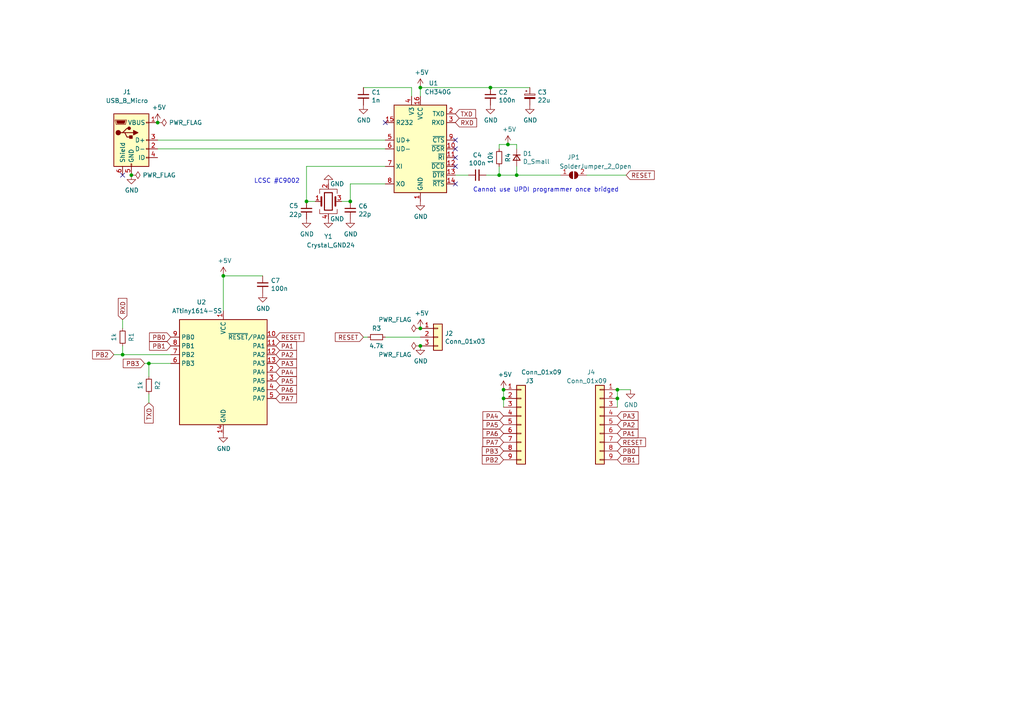
<source format=kicad_sch>
(kicad_sch (version 20211123) (generator eeschema)

  (uuid 5fe7a4eb-9f04-4df6-a1fa-36c071e280d7)

  (paper "A4")

  (lib_symbols
    (symbol "Connector:USB_B_Micro" (pin_names (offset 1.016)) (in_bom yes) (on_board yes)
      (property "Reference" "J" (id 0) (at -5.08 11.43 0)
        (effects (font (size 1.27 1.27)) (justify left))
      )
      (property "Value" "USB_B_Micro" (id 1) (at -5.08 8.89 0)
        (effects (font (size 1.27 1.27)) (justify left))
      )
      (property "Footprint" "" (id 2) (at 3.81 -1.27 0)
        (effects (font (size 1.27 1.27)) hide)
      )
      (property "Datasheet" "~" (id 3) (at 3.81 -1.27 0)
        (effects (font (size 1.27 1.27)) hide)
      )
      (property "ki_keywords" "connector USB micro" (id 4) (at 0 0 0)
        (effects (font (size 1.27 1.27)) hide)
      )
      (property "ki_description" "USB Micro Type B connector" (id 5) (at 0 0 0)
        (effects (font (size 1.27 1.27)) hide)
      )
      (property "ki_fp_filters" "USB*" (id 6) (at 0 0 0)
        (effects (font (size 1.27 1.27)) hide)
      )
      (symbol "USB_B_Micro_0_1"
        (rectangle (start -5.08 -7.62) (end 5.08 7.62)
          (stroke (width 0.254) (type default) (color 0 0 0 0))
          (fill (type background))
        )
        (circle (center -3.81 2.159) (radius 0.635)
          (stroke (width 0.254) (type default) (color 0 0 0 0))
          (fill (type outline))
        )
        (circle (center -0.635 3.429) (radius 0.381)
          (stroke (width 0.254) (type default) (color 0 0 0 0))
          (fill (type outline))
        )
        (rectangle (start -0.127 -7.62) (end 0.127 -6.858)
          (stroke (width 0) (type default) (color 0 0 0 0))
          (fill (type none))
        )
        (polyline
          (pts
            (xy -1.905 2.159)
            (xy 0.635 2.159)
          )
          (stroke (width 0.254) (type default) (color 0 0 0 0))
          (fill (type none))
        )
        (polyline
          (pts
            (xy -3.175 2.159)
            (xy -2.54 2.159)
            (xy -1.27 3.429)
            (xy -0.635 3.429)
          )
          (stroke (width 0.254) (type default) (color 0 0 0 0))
          (fill (type none))
        )
        (polyline
          (pts
            (xy -2.54 2.159)
            (xy -1.905 2.159)
            (xy -1.27 0.889)
            (xy 0 0.889)
          )
          (stroke (width 0.254) (type default) (color 0 0 0 0))
          (fill (type none))
        )
        (polyline
          (pts
            (xy 0.635 2.794)
            (xy 0.635 1.524)
            (xy 1.905 2.159)
            (xy 0.635 2.794)
          )
          (stroke (width 0.254) (type default) (color 0 0 0 0))
          (fill (type outline))
        )
        (polyline
          (pts
            (xy -4.318 5.588)
            (xy -1.778 5.588)
            (xy -2.032 4.826)
            (xy -4.064 4.826)
            (xy -4.318 5.588)
          )
          (stroke (width 0) (type default) (color 0 0 0 0))
          (fill (type outline))
        )
        (polyline
          (pts
            (xy -4.699 5.842)
            (xy -4.699 5.588)
            (xy -4.445 4.826)
            (xy -4.445 4.572)
            (xy -1.651 4.572)
            (xy -1.651 4.826)
            (xy -1.397 5.588)
            (xy -1.397 5.842)
            (xy -4.699 5.842)
          )
          (stroke (width 0) (type default) (color 0 0 0 0))
          (fill (type none))
        )
        (rectangle (start 0.254 1.27) (end -0.508 0.508)
          (stroke (width 0.254) (type default) (color 0 0 0 0))
          (fill (type outline))
        )
        (rectangle (start 5.08 -5.207) (end 4.318 -4.953)
          (stroke (width 0) (type default) (color 0 0 0 0))
          (fill (type none))
        )
        (rectangle (start 5.08 -2.667) (end 4.318 -2.413)
          (stroke (width 0) (type default) (color 0 0 0 0))
          (fill (type none))
        )
        (rectangle (start 5.08 -0.127) (end 4.318 0.127)
          (stroke (width 0) (type default) (color 0 0 0 0))
          (fill (type none))
        )
        (rectangle (start 5.08 4.953) (end 4.318 5.207)
          (stroke (width 0) (type default) (color 0 0 0 0))
          (fill (type none))
        )
      )
      (symbol "USB_B_Micro_1_1"
        (pin power_out line (at 7.62 5.08 180) (length 2.54)
          (name "VBUS" (effects (font (size 1.27 1.27))))
          (number "1" (effects (font (size 1.27 1.27))))
        )
        (pin bidirectional line (at 7.62 -2.54 180) (length 2.54)
          (name "D-" (effects (font (size 1.27 1.27))))
          (number "2" (effects (font (size 1.27 1.27))))
        )
        (pin bidirectional line (at 7.62 0 180) (length 2.54)
          (name "D+" (effects (font (size 1.27 1.27))))
          (number "3" (effects (font (size 1.27 1.27))))
        )
        (pin passive line (at 7.62 -5.08 180) (length 2.54)
          (name "ID" (effects (font (size 1.27 1.27))))
          (number "4" (effects (font (size 1.27 1.27))))
        )
        (pin power_out line (at 0 -10.16 90) (length 2.54)
          (name "GND" (effects (font (size 1.27 1.27))))
          (number "5" (effects (font (size 1.27 1.27))))
        )
        (pin passive line (at -2.54 -10.16 90) (length 2.54)
          (name "Shield" (effects (font (size 1.27 1.27))))
          (number "6" (effects (font (size 1.27 1.27))))
        )
      )
    )
    (symbol "Connector_Generic:Conn_01x03" (pin_names (offset 1.016) hide) (in_bom yes) (on_board yes)
      (property "Reference" "J" (id 0) (at 0 5.08 0)
        (effects (font (size 1.27 1.27)))
      )
      (property "Value" "Conn_01x03" (id 1) (at 0 -5.08 0)
        (effects (font (size 1.27 1.27)))
      )
      (property "Footprint" "" (id 2) (at 0 0 0)
        (effects (font (size 1.27 1.27)) hide)
      )
      (property "Datasheet" "~" (id 3) (at 0 0 0)
        (effects (font (size 1.27 1.27)) hide)
      )
      (property "ki_keywords" "connector" (id 4) (at 0 0 0)
        (effects (font (size 1.27 1.27)) hide)
      )
      (property "ki_description" "Generic connector, single row, 01x03, script generated (kicad-library-utils/schlib/autogen/connector/)" (id 5) (at 0 0 0)
        (effects (font (size 1.27 1.27)) hide)
      )
      (property "ki_fp_filters" "Connector*:*_1x??_*" (id 6) (at 0 0 0)
        (effects (font (size 1.27 1.27)) hide)
      )
      (symbol "Conn_01x03_1_1"
        (rectangle (start -1.27 -2.413) (end 0 -2.667)
          (stroke (width 0.1524) (type default) (color 0 0 0 0))
          (fill (type none))
        )
        (rectangle (start -1.27 0.127) (end 0 -0.127)
          (stroke (width 0.1524) (type default) (color 0 0 0 0))
          (fill (type none))
        )
        (rectangle (start -1.27 2.667) (end 0 2.413)
          (stroke (width 0.1524) (type default) (color 0 0 0 0))
          (fill (type none))
        )
        (rectangle (start -1.27 3.81) (end 1.27 -3.81)
          (stroke (width 0.254) (type default) (color 0 0 0 0))
          (fill (type background))
        )
        (pin passive line (at -5.08 2.54 0) (length 3.81)
          (name "Pin_1" (effects (font (size 1.27 1.27))))
          (number "1" (effects (font (size 1.27 1.27))))
        )
        (pin passive line (at -5.08 0 0) (length 3.81)
          (name "Pin_2" (effects (font (size 1.27 1.27))))
          (number "2" (effects (font (size 1.27 1.27))))
        )
        (pin passive line (at -5.08 -2.54 0) (length 3.81)
          (name "Pin_3" (effects (font (size 1.27 1.27))))
          (number "3" (effects (font (size 1.27 1.27))))
        )
      )
    )
    (symbol "Connector_Generic:Conn_01x09" (pin_names (offset 1.016) hide) (in_bom yes) (on_board yes)
      (property "Reference" "J" (id 0) (at 0 12.7 0)
        (effects (font (size 1.27 1.27)))
      )
      (property "Value" "Conn_01x09" (id 1) (at 0 -12.7 0)
        (effects (font (size 1.27 1.27)))
      )
      (property "Footprint" "" (id 2) (at 0 0 0)
        (effects (font (size 1.27 1.27)) hide)
      )
      (property "Datasheet" "~" (id 3) (at 0 0 0)
        (effects (font (size 1.27 1.27)) hide)
      )
      (property "ki_keywords" "connector" (id 4) (at 0 0 0)
        (effects (font (size 1.27 1.27)) hide)
      )
      (property "ki_description" "Generic connector, single row, 01x09, script generated (kicad-library-utils/schlib/autogen/connector/)" (id 5) (at 0 0 0)
        (effects (font (size 1.27 1.27)) hide)
      )
      (property "ki_fp_filters" "Connector*:*_1x??_*" (id 6) (at 0 0 0)
        (effects (font (size 1.27 1.27)) hide)
      )
      (symbol "Conn_01x09_1_1"
        (rectangle (start -1.27 -10.033) (end 0 -10.287)
          (stroke (width 0.1524) (type default) (color 0 0 0 0))
          (fill (type none))
        )
        (rectangle (start -1.27 -7.493) (end 0 -7.747)
          (stroke (width 0.1524) (type default) (color 0 0 0 0))
          (fill (type none))
        )
        (rectangle (start -1.27 -4.953) (end 0 -5.207)
          (stroke (width 0.1524) (type default) (color 0 0 0 0))
          (fill (type none))
        )
        (rectangle (start -1.27 -2.413) (end 0 -2.667)
          (stroke (width 0.1524) (type default) (color 0 0 0 0))
          (fill (type none))
        )
        (rectangle (start -1.27 0.127) (end 0 -0.127)
          (stroke (width 0.1524) (type default) (color 0 0 0 0))
          (fill (type none))
        )
        (rectangle (start -1.27 2.667) (end 0 2.413)
          (stroke (width 0.1524) (type default) (color 0 0 0 0))
          (fill (type none))
        )
        (rectangle (start -1.27 5.207) (end 0 4.953)
          (stroke (width 0.1524) (type default) (color 0 0 0 0))
          (fill (type none))
        )
        (rectangle (start -1.27 7.747) (end 0 7.493)
          (stroke (width 0.1524) (type default) (color 0 0 0 0))
          (fill (type none))
        )
        (rectangle (start -1.27 10.287) (end 0 10.033)
          (stroke (width 0.1524) (type default) (color 0 0 0 0))
          (fill (type none))
        )
        (rectangle (start -1.27 11.43) (end 1.27 -11.43)
          (stroke (width 0.254) (type default) (color 0 0 0 0))
          (fill (type background))
        )
        (pin passive line (at -5.08 10.16 0) (length 3.81)
          (name "Pin_1" (effects (font (size 1.27 1.27))))
          (number "1" (effects (font (size 1.27 1.27))))
        )
        (pin passive line (at -5.08 7.62 0) (length 3.81)
          (name "Pin_2" (effects (font (size 1.27 1.27))))
          (number "2" (effects (font (size 1.27 1.27))))
        )
        (pin passive line (at -5.08 5.08 0) (length 3.81)
          (name "Pin_3" (effects (font (size 1.27 1.27))))
          (number "3" (effects (font (size 1.27 1.27))))
        )
        (pin passive line (at -5.08 2.54 0) (length 3.81)
          (name "Pin_4" (effects (font (size 1.27 1.27))))
          (number "4" (effects (font (size 1.27 1.27))))
        )
        (pin passive line (at -5.08 0 0) (length 3.81)
          (name "Pin_5" (effects (font (size 1.27 1.27))))
          (number "5" (effects (font (size 1.27 1.27))))
        )
        (pin passive line (at -5.08 -2.54 0) (length 3.81)
          (name "Pin_6" (effects (font (size 1.27 1.27))))
          (number "6" (effects (font (size 1.27 1.27))))
        )
        (pin passive line (at -5.08 -5.08 0) (length 3.81)
          (name "Pin_7" (effects (font (size 1.27 1.27))))
          (number "7" (effects (font (size 1.27 1.27))))
        )
        (pin passive line (at -5.08 -7.62 0) (length 3.81)
          (name "Pin_8" (effects (font (size 1.27 1.27))))
          (number "8" (effects (font (size 1.27 1.27))))
        )
        (pin passive line (at -5.08 -10.16 0) (length 3.81)
          (name "Pin_9" (effects (font (size 1.27 1.27))))
          (number "9" (effects (font (size 1.27 1.27))))
        )
      )
    )
    (symbol "Device:CP_Small" (pin_numbers hide) (pin_names (offset 0.254) hide) (in_bom yes) (on_board yes)
      (property "Reference" "C" (id 0) (at 0.254 1.778 0)
        (effects (font (size 1.27 1.27)) (justify left))
      )
      (property "Value" "Device_CP_Small" (id 1) (at 0.254 -2.032 0)
        (effects (font (size 1.27 1.27)) (justify left))
      )
      (property "Footprint" "" (id 2) (at 0 0 0)
        (effects (font (size 1.27 1.27)) hide)
      )
      (property "Datasheet" "" (id 3) (at 0 0 0)
        (effects (font (size 1.27 1.27)) hide)
      )
      (property "ki_fp_filters" "CP_*" (id 4) (at 0 0 0)
        (effects (font (size 1.27 1.27)) hide)
      )
      (symbol "CP_Small_0_1"
        (rectangle (start -1.524 -0.3048) (end 1.524 -0.6858)
          (stroke (width 0) (type default) (color 0 0 0 0))
          (fill (type outline))
        )
        (rectangle (start -1.524 0.6858) (end 1.524 0.3048)
          (stroke (width 0) (type default) (color 0 0 0 0))
          (fill (type none))
        )
        (polyline
          (pts
            (xy -1.27 1.524)
            (xy -0.762 1.524)
          )
          (stroke (width 0) (type default) (color 0 0 0 0))
          (fill (type none))
        )
        (polyline
          (pts
            (xy -1.016 1.27)
            (xy -1.016 1.778)
          )
          (stroke (width 0) (type default) (color 0 0 0 0))
          (fill (type none))
        )
      )
      (symbol "CP_Small_1_1"
        (pin passive line (at 0 2.54 270) (length 1.8542)
          (name "~" (effects (font (size 1.27 1.27))))
          (number "1" (effects (font (size 1.27 1.27))))
        )
        (pin passive line (at 0 -2.54 90) (length 1.8542)
          (name "~" (effects (font (size 1.27 1.27))))
          (number "2" (effects (font (size 1.27 1.27))))
        )
      )
    )
    (symbol "Device:C_Small" (pin_numbers hide) (pin_names (offset 0.254) hide) (in_bom yes) (on_board yes)
      (property "Reference" "C" (id 0) (at 0.254 1.778 0)
        (effects (font (size 1.27 1.27)) (justify left))
      )
      (property "Value" "C_Small" (id 1) (at 0.254 -2.032 0)
        (effects (font (size 1.27 1.27)) (justify left))
      )
      (property "Footprint" "" (id 2) (at 0 0 0)
        (effects (font (size 1.27 1.27)) hide)
      )
      (property "Datasheet" "~" (id 3) (at 0 0 0)
        (effects (font (size 1.27 1.27)) hide)
      )
      (property "ki_keywords" "capacitor cap" (id 4) (at 0 0 0)
        (effects (font (size 1.27 1.27)) hide)
      )
      (property "ki_description" "Unpolarized capacitor, small symbol" (id 5) (at 0 0 0)
        (effects (font (size 1.27 1.27)) hide)
      )
      (property "ki_fp_filters" "C_*" (id 6) (at 0 0 0)
        (effects (font (size 1.27 1.27)) hide)
      )
      (symbol "C_Small_0_1"
        (polyline
          (pts
            (xy -1.524 -0.508)
            (xy 1.524 -0.508)
          )
          (stroke (width 0.3302) (type default) (color 0 0 0 0))
          (fill (type none))
        )
        (polyline
          (pts
            (xy -1.524 0.508)
            (xy 1.524 0.508)
          )
          (stroke (width 0.3048) (type default) (color 0 0 0 0))
          (fill (type none))
        )
      )
      (symbol "C_Small_1_1"
        (pin passive line (at 0 2.54 270) (length 2.032)
          (name "~" (effects (font (size 1.27 1.27))))
          (number "1" (effects (font (size 1.27 1.27))))
        )
        (pin passive line (at 0 -2.54 90) (length 2.032)
          (name "~" (effects (font (size 1.27 1.27))))
          (number "2" (effects (font (size 1.27 1.27))))
        )
      )
    )
    (symbol "Device:Crystal_GND24" (pin_names (offset 1.016) hide) (in_bom yes) (on_board yes)
      (property "Reference" "Y" (id 0) (at 3.175 5.08 0)
        (effects (font (size 1.27 1.27)) (justify left))
      )
      (property "Value" "Crystal_GND24" (id 1) (at 3.175 3.175 0)
        (effects (font (size 1.27 1.27)) (justify left))
      )
      (property "Footprint" "" (id 2) (at 0 0 0)
        (effects (font (size 1.27 1.27)) hide)
      )
      (property "Datasheet" "~" (id 3) (at 0 0 0)
        (effects (font (size 1.27 1.27)) hide)
      )
      (property "ki_keywords" "quartz ceramic resonator oscillator" (id 4) (at 0 0 0)
        (effects (font (size 1.27 1.27)) hide)
      )
      (property "ki_description" "Four pin crystal, GND on pins 2 and 4" (id 5) (at 0 0 0)
        (effects (font (size 1.27 1.27)) hide)
      )
      (property "ki_fp_filters" "Crystal*" (id 6) (at 0 0 0)
        (effects (font (size 1.27 1.27)) hide)
      )
      (symbol "Crystal_GND24_0_1"
        (rectangle (start -1.143 2.54) (end 1.143 -2.54)
          (stroke (width 0.3048) (type default) (color 0 0 0 0))
          (fill (type none))
        )
        (polyline
          (pts
            (xy -2.54 0)
            (xy -2.032 0)
          )
          (stroke (width 0) (type default) (color 0 0 0 0))
          (fill (type none))
        )
        (polyline
          (pts
            (xy -2.032 -1.27)
            (xy -2.032 1.27)
          )
          (stroke (width 0.508) (type default) (color 0 0 0 0))
          (fill (type none))
        )
        (polyline
          (pts
            (xy 0 -3.81)
            (xy 0 -3.556)
          )
          (stroke (width 0) (type default) (color 0 0 0 0))
          (fill (type none))
        )
        (polyline
          (pts
            (xy 0 3.556)
            (xy 0 3.81)
          )
          (stroke (width 0) (type default) (color 0 0 0 0))
          (fill (type none))
        )
        (polyline
          (pts
            (xy 2.032 -1.27)
            (xy 2.032 1.27)
          )
          (stroke (width 0.508) (type default) (color 0 0 0 0))
          (fill (type none))
        )
        (polyline
          (pts
            (xy 2.032 0)
            (xy 2.54 0)
          )
          (stroke (width 0) (type default) (color 0 0 0 0))
          (fill (type none))
        )
        (polyline
          (pts
            (xy -2.54 -2.286)
            (xy -2.54 -3.556)
            (xy 2.54 -3.556)
            (xy 2.54 -2.286)
          )
          (stroke (width 0) (type default) (color 0 0 0 0))
          (fill (type none))
        )
        (polyline
          (pts
            (xy -2.54 2.286)
            (xy -2.54 3.556)
            (xy 2.54 3.556)
            (xy 2.54 2.286)
          )
          (stroke (width 0) (type default) (color 0 0 0 0))
          (fill (type none))
        )
      )
      (symbol "Crystal_GND24_1_1"
        (pin passive line (at -3.81 0 0) (length 1.27)
          (name "1" (effects (font (size 1.27 1.27))))
          (number "1" (effects (font (size 1.27 1.27))))
        )
        (pin passive line (at 0 5.08 270) (length 1.27)
          (name "2" (effects (font (size 1.27 1.27))))
          (number "2" (effects (font (size 1.27 1.27))))
        )
        (pin passive line (at 3.81 0 180) (length 1.27)
          (name "3" (effects (font (size 1.27 1.27))))
          (number "3" (effects (font (size 1.27 1.27))))
        )
        (pin passive line (at 0 -5.08 90) (length 1.27)
          (name "4" (effects (font (size 1.27 1.27))))
          (number "4" (effects (font (size 1.27 1.27))))
        )
      )
    )
    (symbol "Device:D_Small" (pin_numbers hide) (pin_names (offset 0.254) hide) (in_bom yes) (on_board yes)
      (property "Reference" "D" (id 0) (at -1.27 2.032 0)
        (effects (font (size 1.27 1.27)) (justify left))
      )
      (property "Value" "D_Small" (id 1) (at -3.81 -2.032 0)
        (effects (font (size 1.27 1.27)) (justify left))
      )
      (property "Footprint" "" (id 2) (at 0 0 90)
        (effects (font (size 1.27 1.27)) hide)
      )
      (property "Datasheet" "~" (id 3) (at 0 0 90)
        (effects (font (size 1.27 1.27)) hide)
      )
      (property "ki_keywords" "diode" (id 4) (at 0 0 0)
        (effects (font (size 1.27 1.27)) hide)
      )
      (property "ki_description" "Diode, small symbol" (id 5) (at 0 0 0)
        (effects (font (size 1.27 1.27)) hide)
      )
      (property "ki_fp_filters" "TO-???* *_Diode_* *SingleDiode* D_*" (id 6) (at 0 0 0)
        (effects (font (size 1.27 1.27)) hide)
      )
      (symbol "D_Small_0_1"
        (polyline
          (pts
            (xy -0.762 -1.016)
            (xy -0.762 1.016)
          )
          (stroke (width 0.254) (type default) (color 0 0 0 0))
          (fill (type none))
        )
        (polyline
          (pts
            (xy -0.762 0)
            (xy 0.762 0)
          )
          (stroke (width 0) (type default) (color 0 0 0 0))
          (fill (type none))
        )
        (polyline
          (pts
            (xy 0.762 -1.016)
            (xy -0.762 0)
            (xy 0.762 1.016)
            (xy 0.762 -1.016)
          )
          (stroke (width 0.254) (type default) (color 0 0 0 0))
          (fill (type none))
        )
      )
      (symbol "D_Small_1_1"
        (pin passive line (at -2.54 0 0) (length 1.778)
          (name "K" (effects (font (size 1.27 1.27))))
          (number "1" (effects (font (size 1.27 1.27))))
        )
        (pin passive line (at 2.54 0 180) (length 1.778)
          (name "A" (effects (font (size 1.27 1.27))))
          (number "2" (effects (font (size 1.27 1.27))))
        )
      )
    )
    (symbol "Device:R_Small" (pin_numbers hide) (pin_names (offset 0.254) hide) (in_bom yes) (on_board yes)
      (property "Reference" "R" (id 0) (at 0.762 0.508 0)
        (effects (font (size 1.27 1.27)) (justify left))
      )
      (property "Value" "R_Small" (id 1) (at 0.762 -1.016 0)
        (effects (font (size 1.27 1.27)) (justify left))
      )
      (property "Footprint" "" (id 2) (at 0 0 0)
        (effects (font (size 1.27 1.27)) hide)
      )
      (property "Datasheet" "~" (id 3) (at 0 0 0)
        (effects (font (size 1.27 1.27)) hide)
      )
      (property "ki_keywords" "R resistor" (id 4) (at 0 0 0)
        (effects (font (size 1.27 1.27)) hide)
      )
      (property "ki_description" "Resistor, small symbol" (id 5) (at 0 0 0)
        (effects (font (size 1.27 1.27)) hide)
      )
      (property "ki_fp_filters" "R_*" (id 6) (at 0 0 0)
        (effects (font (size 1.27 1.27)) hide)
      )
      (symbol "R_Small_0_1"
        (rectangle (start -0.762 1.778) (end 0.762 -1.778)
          (stroke (width 0.2032) (type default) (color 0 0 0 0))
          (fill (type none))
        )
      )
      (symbol "R_Small_1_1"
        (pin passive line (at 0 2.54 270) (length 0.762)
          (name "~" (effects (font (size 1.27 1.27))))
          (number "1" (effects (font (size 1.27 1.27))))
        )
        (pin passive line (at 0 -2.54 90) (length 0.762)
          (name "~" (effects (font (size 1.27 1.27))))
          (number "2" (effects (font (size 1.27 1.27))))
        )
      )
    )
    (symbol "Interface_USB:CH340G" (in_bom yes) (on_board yes)
      (property "Reference" "U" (id 0) (at -5.08 13.97 0)
        (effects (font (size 1.27 1.27)) (justify right))
      )
      (property "Value" "CH340G" (id 1) (at 1.27 13.97 0)
        (effects (font (size 1.27 1.27)) (justify left))
      )
      (property "Footprint" "Package_SO:SOIC-16_3.9x9.9mm_P1.27mm" (id 2) (at 1.27 -13.97 0)
        (effects (font (size 1.27 1.27)) (justify left) hide)
      )
      (property "Datasheet" "http://www.datasheet5.com/pdf-local-2195953" (id 3) (at -8.89 20.32 0)
        (effects (font (size 1.27 1.27)) hide)
      )
      (property "ki_keywords" "USB UART Serial Converter Interface" (id 4) (at 0 0 0)
        (effects (font (size 1.27 1.27)) hide)
      )
      (property "ki_description" "USB serial converter, UART, SOIC-16" (id 5) (at 0 0 0)
        (effects (font (size 1.27 1.27)) hide)
      )
      (property "ki_fp_filters" "SOIC*3.9x9.9mm*P1.27mm*" (id 6) (at 0 0 0)
        (effects (font (size 1.27 1.27)) hide)
      )
      (symbol "CH340G_0_1"
        (rectangle (start -7.62 12.7) (end 7.62 -12.7)
          (stroke (width 0.254) (type default) (color 0 0 0 0))
          (fill (type background))
        )
      )
      (symbol "CH340G_1_1"
        (pin power_in line (at 0 -15.24 90) (length 2.54)
          (name "GND" (effects (font (size 1.27 1.27))))
          (number "1" (effects (font (size 1.27 1.27))))
        )
        (pin input line (at 10.16 0 180) (length 2.54)
          (name "~{DSR}" (effects (font (size 1.27 1.27))))
          (number "10" (effects (font (size 1.27 1.27))))
        )
        (pin input line (at 10.16 -2.54 180) (length 2.54)
          (name "~{RI}" (effects (font (size 1.27 1.27))))
          (number "11" (effects (font (size 1.27 1.27))))
        )
        (pin input line (at 10.16 -5.08 180) (length 2.54)
          (name "~{DCD}" (effects (font (size 1.27 1.27))))
          (number "12" (effects (font (size 1.27 1.27))))
        )
        (pin output line (at 10.16 -7.62 180) (length 2.54)
          (name "~{DTR}" (effects (font (size 1.27 1.27))))
          (number "13" (effects (font (size 1.27 1.27))))
        )
        (pin output line (at 10.16 -10.16 180) (length 2.54)
          (name "~{RTS}" (effects (font (size 1.27 1.27))))
          (number "14" (effects (font (size 1.27 1.27))))
        )
        (pin input line (at -10.16 7.62 0) (length 2.54)
          (name "R232" (effects (font (size 1.27 1.27))))
          (number "15" (effects (font (size 1.27 1.27))))
        )
        (pin power_in line (at 0 15.24 270) (length 2.54)
          (name "VCC" (effects (font (size 1.27 1.27))))
          (number "16" (effects (font (size 1.27 1.27))))
        )
        (pin output line (at 10.16 10.16 180) (length 2.54)
          (name "TXD" (effects (font (size 1.27 1.27))))
          (number "2" (effects (font (size 1.27 1.27))))
        )
        (pin input line (at 10.16 7.62 180) (length 2.54)
          (name "RXD" (effects (font (size 1.27 1.27))))
          (number "3" (effects (font (size 1.27 1.27))))
        )
        (pin passive line (at -2.54 15.24 270) (length 2.54)
          (name "V3" (effects (font (size 1.27 1.27))))
          (number "4" (effects (font (size 1.27 1.27))))
        )
        (pin bidirectional line (at -10.16 2.54 0) (length 2.54)
          (name "UD+" (effects (font (size 1.27 1.27))))
          (number "5" (effects (font (size 1.27 1.27))))
        )
        (pin bidirectional line (at -10.16 0 0) (length 2.54)
          (name "UD-" (effects (font (size 1.27 1.27))))
          (number "6" (effects (font (size 1.27 1.27))))
        )
        (pin input line (at -10.16 -5.08 0) (length 2.54)
          (name "XI" (effects (font (size 1.27 1.27))))
          (number "7" (effects (font (size 1.27 1.27))))
        )
        (pin output line (at -10.16 -10.16 0) (length 2.54)
          (name "XO" (effects (font (size 1.27 1.27))))
          (number "8" (effects (font (size 1.27 1.27))))
        )
        (pin input line (at 10.16 2.54 180) (length 2.54)
          (name "~{CTS}" (effects (font (size 1.27 1.27))))
          (number "9" (effects (font (size 1.27 1.27))))
        )
      )
    )
    (symbol "Jumper:SolderJumper_2_Open" (pin_names (offset 0) hide) (in_bom yes) (on_board yes)
      (property "Reference" "JP" (id 0) (at 0 2.032 0)
        (effects (font (size 1.27 1.27)))
      )
      (property "Value" "SolderJumper_2_Open" (id 1) (at 0 -2.54 0)
        (effects (font (size 1.27 1.27)))
      )
      (property "Footprint" "" (id 2) (at 0 0 0)
        (effects (font (size 1.27 1.27)) hide)
      )
      (property "Datasheet" "~" (id 3) (at 0 0 0)
        (effects (font (size 1.27 1.27)) hide)
      )
      (property "ki_keywords" "solder jumper SPST" (id 4) (at 0 0 0)
        (effects (font (size 1.27 1.27)) hide)
      )
      (property "ki_description" "Solder Jumper, 2-pole, open" (id 5) (at 0 0 0)
        (effects (font (size 1.27 1.27)) hide)
      )
      (property "ki_fp_filters" "SolderJumper*Open*" (id 6) (at 0 0 0)
        (effects (font (size 1.27 1.27)) hide)
      )
      (symbol "SolderJumper_2_Open_0_1"
        (arc (start -0.254 1.016) (mid -1.27 0) (end -0.254 -1.016)
          (stroke (width 0) (type default) (color 0 0 0 0))
          (fill (type none))
        )
        (arc (start -0.254 1.016) (mid -1.27 0) (end -0.254 -1.016)
          (stroke (width 0) (type default) (color 0 0 0 0))
          (fill (type outline))
        )
        (polyline
          (pts
            (xy -0.254 1.016)
            (xy -0.254 -1.016)
          )
          (stroke (width 0) (type default) (color 0 0 0 0))
          (fill (type none))
        )
        (polyline
          (pts
            (xy 0.254 1.016)
            (xy 0.254 -1.016)
          )
          (stroke (width 0) (type default) (color 0 0 0 0))
          (fill (type none))
        )
        (arc (start 0.254 -1.016) (mid 1.27 0) (end 0.254 1.016)
          (stroke (width 0) (type default) (color 0 0 0 0))
          (fill (type none))
        )
        (arc (start 0.254 -1.016) (mid 1.27 0) (end 0.254 1.016)
          (stroke (width 0) (type default) (color 0 0 0 0))
          (fill (type outline))
        )
      )
      (symbol "SolderJumper_2_Open_1_1"
        (pin passive line (at -3.81 0 0) (length 2.54)
          (name "A" (effects (font (size 1.27 1.27))))
          (number "1" (effects (font (size 1.27 1.27))))
        )
        (pin passive line (at 3.81 0 180) (length 2.54)
          (name "B" (effects (font (size 1.27 1.27))))
          (number "2" (effects (font (size 1.27 1.27))))
        )
      )
    )
    (symbol "MCU_Microchip_ATtiny:ATtiny1614-SS" (in_bom yes) (on_board yes)
      (property "Reference" "U" (id 0) (at -12.7 16.51 0)
        (effects (font (size 1.27 1.27)) (justify left bottom))
      )
      (property "Value" "ATtiny1614-SS" (id 1) (at 2.54 -16.51 0)
        (effects (font (size 1.27 1.27)) (justify left top))
      )
      (property "Footprint" "Package_SO:SOIC-14_3.9x8.7mm_P1.27mm" (id 2) (at 0 0 0)
        (effects (font (size 1.27 1.27) italic) hide)
      )
      (property "Datasheet" "http://ww1.microchip.com/downloads/en/DeviceDoc/ATtiny1614-data-sheet-40001995A.pdf" (id 3) (at 0 0 0)
        (effects (font (size 1.27 1.27)) hide)
      )
      (property "ki_keywords" "AVR 8bit Microcontroller tinyAVR" (id 4) (at 0 0 0)
        (effects (font (size 1.27 1.27)) hide)
      )
      (property "ki_description" "20MHz, 16kB Flash, 2kB SRAM, 256B EEPROM, SOIC-14" (id 5) (at 0 0 0)
        (effects (font (size 1.27 1.27)) hide)
      )
      (property "ki_fp_filters" "SOIC*3.9x8.7mm*P1.27mm*" (id 6) (at 0 0 0)
        (effects (font (size 1.27 1.27)) hide)
      )
      (symbol "ATtiny1614-SS_0_1"
        (rectangle (start -12.7 -15.24) (end 12.7 15.24)
          (stroke (width 0.254) (type default) (color 0 0 0 0))
          (fill (type background))
        )
      )
      (symbol "ATtiny1614-SS_1_1"
        (pin power_in line (at 0 17.78 270) (length 2.54)
          (name "VCC" (effects (font (size 1.27 1.27))))
          (number "1" (effects (font (size 1.27 1.27))))
        )
        (pin bidirectional line (at 15.24 10.16 180) (length 2.54)
          (name "~{RESET}/PA0" (effects (font (size 1.27 1.27))))
          (number "10" (effects (font (size 1.27 1.27))))
        )
        (pin bidirectional line (at 15.24 7.62 180) (length 2.54)
          (name "PA1" (effects (font (size 1.27 1.27))))
          (number "11" (effects (font (size 1.27 1.27))))
        )
        (pin bidirectional line (at 15.24 5.08 180) (length 2.54)
          (name "PA2" (effects (font (size 1.27 1.27))))
          (number "12" (effects (font (size 1.27 1.27))))
        )
        (pin bidirectional line (at 15.24 2.54 180) (length 2.54)
          (name "PA3" (effects (font (size 1.27 1.27))))
          (number "13" (effects (font (size 1.27 1.27))))
        )
        (pin power_in line (at 0 -17.78 90) (length 2.54)
          (name "GND" (effects (font (size 1.27 1.27))))
          (number "14" (effects (font (size 1.27 1.27))))
        )
        (pin bidirectional line (at 15.24 0 180) (length 2.54)
          (name "PA4" (effects (font (size 1.27 1.27))))
          (number "2" (effects (font (size 1.27 1.27))))
        )
        (pin bidirectional line (at 15.24 -2.54 180) (length 2.54)
          (name "PA5" (effects (font (size 1.27 1.27))))
          (number "3" (effects (font (size 1.27 1.27))))
        )
        (pin bidirectional line (at 15.24 -5.08 180) (length 2.54)
          (name "PA6" (effects (font (size 1.27 1.27))))
          (number "4" (effects (font (size 1.27 1.27))))
        )
        (pin bidirectional line (at 15.24 -7.62 180) (length 2.54)
          (name "PA7" (effects (font (size 1.27 1.27))))
          (number "5" (effects (font (size 1.27 1.27))))
        )
        (pin bidirectional line (at -15.24 2.54 0) (length 2.54)
          (name "PB3" (effects (font (size 1.27 1.27))))
          (number "6" (effects (font (size 1.27 1.27))))
        )
        (pin bidirectional line (at -15.24 5.08 0) (length 2.54)
          (name "PB2" (effects (font (size 1.27 1.27))))
          (number "7" (effects (font (size 1.27 1.27))))
        )
        (pin bidirectional line (at -15.24 7.62 0) (length 2.54)
          (name "PB1" (effects (font (size 1.27 1.27))))
          (number "8" (effects (font (size 1.27 1.27))))
        )
        (pin bidirectional line (at -15.24 10.16 0) (length 2.54)
          (name "PB0" (effects (font (size 1.27 1.27))))
          (number "9" (effects (font (size 1.27 1.27))))
        )
      )
    )
    (symbol "power:+5V" (power) (pin_names (offset 0)) (in_bom yes) (on_board yes)
      (property "Reference" "#PWR" (id 0) (at 0 -3.81 0)
        (effects (font (size 1.27 1.27)) hide)
      )
      (property "Value" "+5V" (id 1) (at 0 3.556 0)
        (effects (font (size 1.27 1.27)))
      )
      (property "Footprint" "" (id 2) (at 0 0 0)
        (effects (font (size 1.27 1.27)) hide)
      )
      (property "Datasheet" "" (id 3) (at 0 0 0)
        (effects (font (size 1.27 1.27)) hide)
      )
      (property "ki_keywords" "power-flag" (id 4) (at 0 0 0)
        (effects (font (size 1.27 1.27)) hide)
      )
      (property "ki_description" "Power symbol creates a global label with name \"+5V\"" (id 5) (at 0 0 0)
        (effects (font (size 1.27 1.27)) hide)
      )
      (symbol "+5V_0_1"
        (polyline
          (pts
            (xy -0.762 1.27)
            (xy 0 2.54)
          )
          (stroke (width 0) (type default) (color 0 0 0 0))
          (fill (type none))
        )
        (polyline
          (pts
            (xy 0 0)
            (xy 0 2.54)
          )
          (stroke (width 0) (type default) (color 0 0 0 0))
          (fill (type none))
        )
        (polyline
          (pts
            (xy 0 2.54)
            (xy 0.762 1.27)
          )
          (stroke (width 0) (type default) (color 0 0 0 0))
          (fill (type none))
        )
      )
      (symbol "+5V_1_1"
        (pin power_in line (at 0 0 90) (length 0) hide
          (name "+5V" (effects (font (size 1.27 1.27))))
          (number "1" (effects (font (size 1.27 1.27))))
        )
      )
    )
    (symbol "power:GND" (power) (pin_names (offset 0)) (in_bom yes) (on_board yes)
      (property "Reference" "#PWR" (id 0) (at 0 -6.35 0)
        (effects (font (size 1.27 1.27)) hide)
      )
      (property "Value" "GND" (id 1) (at 0 -3.81 0)
        (effects (font (size 1.27 1.27)))
      )
      (property "Footprint" "" (id 2) (at 0 0 0)
        (effects (font (size 1.27 1.27)) hide)
      )
      (property "Datasheet" "" (id 3) (at 0 0 0)
        (effects (font (size 1.27 1.27)) hide)
      )
      (property "ki_keywords" "power-flag" (id 4) (at 0 0 0)
        (effects (font (size 1.27 1.27)) hide)
      )
      (property "ki_description" "Power symbol creates a global label with name \"GND\" , ground" (id 5) (at 0 0 0)
        (effects (font (size 1.27 1.27)) hide)
      )
      (symbol "GND_0_1"
        (polyline
          (pts
            (xy 0 0)
            (xy 0 -1.27)
            (xy 1.27 -1.27)
            (xy 0 -2.54)
            (xy -1.27 -1.27)
            (xy 0 -1.27)
          )
          (stroke (width 0) (type default) (color 0 0 0 0))
          (fill (type none))
        )
      )
      (symbol "GND_1_1"
        (pin power_in line (at 0 0 270) (length 0) hide
          (name "GND" (effects (font (size 1.27 1.27))))
          (number "1" (effects (font (size 1.27 1.27))))
        )
      )
    )
    (symbol "power:PWR_FLAG" (power) (pin_numbers hide) (pin_names (offset 0) hide) (in_bom yes) (on_board yes)
      (property "Reference" "#FLG" (id 0) (at 0 1.905 0)
        (effects (font (size 1.27 1.27)) hide)
      )
      (property "Value" "PWR_FLAG" (id 1) (at 0 3.81 0)
        (effects (font (size 1.27 1.27)))
      )
      (property "Footprint" "" (id 2) (at 0 0 0)
        (effects (font (size 1.27 1.27)) hide)
      )
      (property "Datasheet" "~" (id 3) (at 0 0 0)
        (effects (font (size 1.27 1.27)) hide)
      )
      (property "ki_keywords" "power-flag" (id 4) (at 0 0 0)
        (effects (font (size 1.27 1.27)) hide)
      )
      (property "ki_description" "Special symbol for telling ERC where power comes from" (id 5) (at 0 0 0)
        (effects (font (size 1.27 1.27)) hide)
      )
      (symbol "PWR_FLAG_0_0"
        (pin power_out line (at 0 0 90) (length 0)
          (name "pwr" (effects (font (size 1.27 1.27))))
          (number "1" (effects (font (size 1.27 1.27))))
        )
      )
      (symbol "PWR_FLAG_0_1"
        (polyline
          (pts
            (xy 0 0)
            (xy 0 1.27)
            (xy -1.016 1.905)
            (xy 0 2.54)
            (xy 1.016 1.905)
            (xy 0 1.27)
          )
          (stroke (width 0) (type default) (color 0 0 0 0))
          (fill (type none))
        )
      )
    )
  )

  (junction (at 45.72 35.56) (diameter 0) (color 0 0 0 0)
    (uuid 042fe62b-53aa-4e86-97d0-9ccb1e16a895)
  )
  (junction (at 149.86 50.8) (diameter 0) (color 0 0 0 0)
    (uuid 056788ec-4ecf-4826-b996-bd884a6442a0)
  )
  (junction (at 43.18 105.41) (diameter 0) (color 0 0 0 0)
    (uuid 08926936-9ea4-4894-afca-caca47f3c238)
  )
  (junction (at 179.07 115.57) (diameter 0) (color 0 0 0 0)
    (uuid 094dc71e-7ea9-4e30-8ba7-749216ec2a8b)
  )
  (junction (at 35.56 102.87) (diameter 0) (color 0 0 0 0)
    (uuid 21ca1c08-b8a3-4bdc-9356-70a4d86ee444)
  )
  (junction (at 142.24 25.4) (diameter 0) (color 0 0 0 0)
    (uuid 24a492d9-25a9-4fba-b51b-3effb576b351)
  )
  (junction (at 146.05 113.03) (diameter 0) (color 0 0 0 0)
    (uuid 25625d99-d45f-4b2f-9e62-009a122611f4)
  )
  (junction (at 101.6 58.42) (diameter 0) (color 0 0 0 0)
    (uuid 4b982f8b-ca29-4ebf-88fc-8a50b24e0802)
  )
  (junction (at 64.77 80.01) (diameter 0) (color 0 0 0 0)
    (uuid 524d7aa8-362f-459a-b2ae-4ca2a0b1612b)
  )
  (junction (at 88.9 58.42) (diameter 0) (color 0 0 0 0)
    (uuid 7b75907b-b2ae-4362-89fa-d520339aaa5c)
  )
  (junction (at 38.1 50.8) (diameter 0) (color 0 0 0 0)
    (uuid 84febc35-87fd-4cad-8e04-2b66390cfc12)
  )
  (junction (at 121.92 100.33) (diameter 0) (color 0 0 0 0)
    (uuid 96ee9b8e-4543-4639-b9ea-44b8baaaf94e)
  )
  (junction (at 144.78 50.8) (diameter 0) (color 0 0 0 0)
    (uuid a46a2b22-69cf-45fb-b1d2-32ac89bbd3c8)
  )
  (junction (at 121.92 95.25) (diameter 0) (color 0 0 0 0)
    (uuid a819bf9a-0c8b-443a-b488-e5f1395d77ad)
  )
  (junction (at 147.32 41.91) (diameter 0) (color 0 0 0 0)
    (uuid b500fd76-a613-4f44-aac4-99213e86ff44)
  )
  (junction (at 146.05 115.57) (diameter 0) (color 0 0 0 0)
    (uuid c2211bf7-6ed0-4800-9f21-d6a078bedba2)
  )
  (junction (at 121.92 25.4) (diameter 0) (color 0 0 0 0)
    (uuid db532ed2-914c-41b4-b389-de2bf235d0a7)
  )
  (junction (at 179.07 113.03) (diameter 0) (color 0 0 0 0)
    (uuid f931f973-5615-451c-bb04-9a02aede6e6f)
  )

  (no_connect (at 35.56 50.8) (uuid 01109662-12b4-48a3-b68d-624008909c2a))
  (no_connect (at 132.08 43.18) (uuid 24fd922c-d488-4d61-b6dc-9d3e359ccc82))
  (no_connect (at 132.08 45.72) (uuid 59ee13a4-660e-47e2-a73a-01cfe11439e9))
  (no_connect (at 132.08 40.64) (uuid 7ce4aab5-8271-4432-a4b1-bff168293b45))
  (no_connect (at 132.08 53.34) (uuid 9600911d-0df3-419b-8d4a-8d1432a7daf2))
  (no_connect (at 132.08 48.26) (uuid ac8576da-4e00-41a0-9609-eb655e96e10b))
  (no_connect (at 111.76 35.56) (uuid e46ecd61-0bbe-4b9f-a151-a2cacac5967b))

  (wire (pts (xy 64.77 80.01) (xy 64.77 90.17))
    (stroke (width 0) (type default) (color 0 0 0 0))
    (uuid 0d095387-710d-4633-a6c3-04eab60b585a)
  )
  (wire (pts (xy 179.07 118.11) (xy 179.07 115.57))
    (stroke (width 0) (type default) (color 0 0 0 0))
    (uuid 186c3f1e-1c94-498e-abf2-1069980f6633)
  )
  (wire (pts (xy 135.89 50.8) (xy 132.08 50.8))
    (stroke (width 0) (type default) (color 0 0 0 0))
    (uuid 1d9dc91c-3457-4ca5-8e42-43be60ae0831)
  )
  (wire (pts (xy 147.32 41.91) (xy 149.86 41.91))
    (stroke (width 0) (type default) (color 0 0 0 0))
    (uuid 278deae2-fb37-4957-b2cb-afac30cacb12)
  )
  (wire (pts (xy 105.41 25.4) (xy 119.38 25.4))
    (stroke (width 0) (type default) (color 0 0 0 0))
    (uuid 2938bf2d-2d32-4cb0-9d4d-563ea28ffffa)
  )
  (wire (pts (xy 101.6 58.42) (xy 101.6 53.34))
    (stroke (width 0) (type default) (color 0 0 0 0))
    (uuid 2ec9be40-1d5a-4e2d-8a4d-4be2d3c079d5)
  )
  (wire (pts (xy 146.05 113.03) (xy 146.05 115.57))
    (stroke (width 0) (type default) (color 0 0 0 0))
    (uuid 3273ec61-4a33-41c2-82bf-cde7c8587c1b)
  )
  (wire (pts (xy 43.18 105.41) (xy 43.18 109.22))
    (stroke (width 0) (type default) (color 0 0 0 0))
    (uuid 341e67eb-d5e1-4cb7-9d11-5aa4ab832a2a)
  )
  (wire (pts (xy 101.6 53.34) (xy 111.76 53.34))
    (stroke (width 0) (type default) (color 0 0 0 0))
    (uuid 35343f32-90ff-4059-a108-111fb444c3d2)
  )
  (wire (pts (xy 179.07 115.57) (xy 179.07 113.03))
    (stroke (width 0) (type default) (color 0 0 0 0))
    (uuid 583b0bf3-0699-44db-b975-a241ad040fa4)
  )
  (wire (pts (xy 45.72 43.18) (xy 111.76 43.18))
    (stroke (width 0) (type default) (color 0 0 0 0))
    (uuid 621c8eb9-ae87-439a-b350-badb5d559a5a)
  )
  (wire (pts (xy 146.05 115.57) (xy 146.05 118.11))
    (stroke (width 0) (type default) (color 0 0 0 0))
    (uuid 62cbcc21-2cec-41ab-be06-499e1a78d7e7)
  )
  (wire (pts (xy 64.77 80.01) (xy 76.2 80.01))
    (stroke (width 0) (type default) (color 0 0 0 0))
    (uuid 6ba19f6c-fa3a-4bf3-8c57-119de0f02b65)
  )
  (wire (pts (xy 43.18 116.84) (xy 43.18 114.3))
    (stroke (width 0) (type default) (color 0 0 0 0))
    (uuid 7114de55-86d9-46c1-a412-07f5eb895435)
  )
  (wire (pts (xy 111.76 40.64) (xy 45.72 40.64))
    (stroke (width 0) (type default) (color 0 0 0 0))
    (uuid 72cc7949-68f8-4ef8-adcb-a65c1d042672)
  )
  (wire (pts (xy 35.56 92.71) (xy 35.56 95.25))
    (stroke (width 0) (type default) (color 0 0 0 0))
    (uuid 750e60a2-e808-4253-8275-b79930fb2714)
  )
  (wire (pts (xy 179.07 113.03) (xy 182.88 113.03))
    (stroke (width 0) (type default) (color 0 0 0 0))
    (uuid 761492e2-a989-4596-80c3-fcd6943df072)
  )
  (wire (pts (xy 33.02 102.87) (xy 35.56 102.87))
    (stroke (width 0) (type default) (color 0 0 0 0))
    (uuid 784e3230-2053-4bc9-a786-5ac2bd0df0f5)
  )
  (wire (pts (xy 144.78 41.91) (xy 147.32 41.91))
    (stroke (width 0) (type default) (color 0 0 0 0))
    (uuid 792ace59-9f73-49b7-92df-01568ab2b00b)
  )
  (wire (pts (xy 140.97 50.8) (xy 144.78 50.8))
    (stroke (width 0) (type default) (color 0 0 0 0))
    (uuid 897277a3-b7ce-4d18-8c5f-1c984a246298)
  )
  (wire (pts (xy 111.76 97.79) (xy 121.92 97.79))
    (stroke (width 0) (type default) (color 0 0 0 0))
    (uuid 8afe1dbf-1187-4362-8af8-a90ca839a6b3)
  )
  (wire (pts (xy 149.86 41.91) (xy 149.86 43.18))
    (stroke (width 0) (type default) (color 0 0 0 0))
    (uuid 900cb6c8-1d05-4537-a4f0-9a7cc1a2ea1c)
  )
  (wire (pts (xy 144.78 50.8) (xy 144.78 48.26))
    (stroke (width 0) (type default) (color 0 0 0 0))
    (uuid 909d0bdd-8a15-40f2-9dfd-be4a5d2d6b25)
  )
  (wire (pts (xy 149.86 50.8) (xy 149.86 48.26))
    (stroke (width 0) (type default) (color 0 0 0 0))
    (uuid 90f2ca05-313f-4af8-87b1-a8109224a221)
  )
  (wire (pts (xy 119.38 25.4) (xy 119.38 27.94))
    (stroke (width 0) (type default) (color 0 0 0 0))
    (uuid 929c74c0-78bf-4efe-a778-fa328e951865)
  )
  (wire (pts (xy 88.9 58.42) (xy 88.9 48.26))
    (stroke (width 0) (type default) (color 0 0 0 0))
    (uuid 9c0314b1-f82f-432d-95a0-65e191202552)
  )
  (wire (pts (xy 149.86 50.8) (xy 162.56 50.8))
    (stroke (width 0) (type default) (color 0 0 0 0))
    (uuid 9e5fe65d-f158-4eb5-af93-2b5d0b9a0d55)
  )
  (wire (pts (xy 35.56 100.33) (xy 35.56 102.87))
    (stroke (width 0) (type default) (color 0 0 0 0))
    (uuid a04f8542-6c38-4d5c-bdbb-c8e0311a0936)
  )
  (wire (pts (xy 144.78 43.18) (xy 144.78 41.91))
    (stroke (width 0) (type default) (color 0 0 0 0))
    (uuid a86cc026-cc17-4a81-85bf-4c26f61b9f32)
  )
  (wire (pts (xy 41.91 105.41) (xy 43.18 105.41))
    (stroke (width 0) (type default) (color 0 0 0 0))
    (uuid b1731e91-7698-42fa-ad60-5c60fdd0e1fc)
  )
  (wire (pts (xy 88.9 48.26) (xy 111.76 48.26))
    (stroke (width 0) (type default) (color 0 0 0 0))
    (uuid b632afec-1444-4246-8afb-cc14a57567e7)
  )
  (wire (pts (xy 99.06 58.42) (xy 101.6 58.42))
    (stroke (width 0) (type default) (color 0 0 0 0))
    (uuid bcfbc157-43ce-49f7-bd18-6a9e2f2f30a3)
  )
  (wire (pts (xy 142.24 25.4) (xy 153.67 25.4))
    (stroke (width 0) (type default) (color 0 0 0 0))
    (uuid c8b93f12-bc5c-4ce5-b954-377d903895f1)
  )
  (wire (pts (xy 121.92 27.94) (xy 121.92 25.4))
    (stroke (width 0) (type default) (color 0 0 0 0))
    (uuid d5a7688c-7438-4b6d-999f-4f2a3cb18fd6)
  )
  (wire (pts (xy 105.41 97.79) (xy 106.68 97.79))
    (stroke (width 0) (type default) (color 0 0 0 0))
    (uuid dd3da890-32ef-4a5a-aea4-e5d2141f1ff1)
  )
  (wire (pts (xy 88.9 58.42) (xy 91.44 58.42))
    (stroke (width 0) (type default) (color 0 0 0 0))
    (uuid e0b36e60-bb2b-489c-a764-1b81e551ce62)
  )
  (wire (pts (xy 170.18 50.8) (xy 181.61 50.8))
    (stroke (width 0) (type default) (color 0 0 0 0))
    (uuid e6bf257d-5112-423c-b70a-adf8446f29da)
  )
  (wire (pts (xy 121.92 25.4) (xy 142.24 25.4))
    (stroke (width 0) (type default) (color 0 0 0 0))
    (uuid ea7c53f9-3aa8-4198-9879-de95a5257915)
  )
  (wire (pts (xy 43.18 105.41) (xy 49.53 105.41))
    (stroke (width 0) (type default) (color 0 0 0 0))
    (uuid f879c0e8-5893-4eb4-8e59-2292a632100f)
  )
  (wire (pts (xy 35.56 102.87) (xy 49.53 102.87))
    (stroke (width 0) (type default) (color 0 0 0 0))
    (uuid f8a90052-1a8b-4ce5-a1fd-87db944dceac)
  )
  (wire (pts (xy 144.78 50.8) (xy 149.86 50.8))
    (stroke (width 0) (type default) (color 0 0 0 0))
    (uuid fe9bdc33-eab1-4bdc-9603-57decb38d2a2)
  )

  (text "LCSC #C9002" (at 73.66 53.34 0)
    (effects (font (size 1.27 1.27)) (justify left bottom))
    (uuid 44e77d57-d16f-4723-a95f-1ac45276c458)
  )
  (text "Cannot use UPDI programmer once bridged" (at 137.16 55.88 0)
    (effects (font (size 1.27 1.27)) (justify left bottom))
    (uuid 80b9a57f-3326-43ca-b6ca-5e911992b3c4)
  )

  (global_label "RESET" (shape input) (at 80.01 97.79 0) (fields_autoplaced)
    (effects (font (size 1.27 1.27)) (justify left))
    (uuid 0a79db37-f1d9-40b1-a24d-8bdfb8f637e2)
    (property "Intersheet References" "${INTERSHEET_REFS}" (id 0) (at 0 0 0)
      (effects (font (size 1.27 1.27)) hide)
    )
  )
  (global_label "PB3" (shape input) (at 41.91 105.41 180) (fields_autoplaced)
    (effects (font (size 1.27 1.27)) (justify right))
    (uuid 1053b01a-057e-4e79-a21c-42780a737ea9)
    (property "Intersheet References" "${INTERSHEET_REFS}" (id 0) (at 0 0 0)
      (effects (font (size 1.27 1.27)) hide)
    )
  )
  (global_label "RESET" (shape input) (at 181.61 50.8 0) (fields_autoplaced)
    (effects (font (size 1.27 1.27)) (justify left))
    (uuid 188eabba-12a3-47b7-9be1-03f0c5a948eb)
    (property "Intersheet References" "${INTERSHEET_REFS}" (id 0) (at 0 0 0)
      (effects (font (size 1.27 1.27)) hide)
    )
  )
  (global_label "RXD" (shape input) (at 35.56 92.71 90) (fields_autoplaced)
    (effects (font (size 1.27 1.27)) (justify left))
    (uuid 19515fa4-c166-4b6e-837d-c01a89e98000)
    (property "Intersheet References" "${INTERSHEET_REFS}" (id 0) (at 0 0 0)
      (effects (font (size 1.27 1.27)) hide)
    )
  )
  (global_label "PA3" (shape input) (at 179.07 120.65 0) (fields_autoplaced)
    (effects (font (size 1.27 1.27)) (justify left))
    (uuid 1d1a7683-c090-4798-9b40-7ed0d9f3ce3b)
    (property "Intersheet References" "${INTERSHEET_REFS}" (id 0) (at 0 0 0)
      (effects (font (size 1.27 1.27)) hide)
    )
  )
  (global_label "PA4" (shape input) (at 146.05 120.65 180) (fields_autoplaced)
    (effects (font (size 1.27 1.27)) (justify right))
    (uuid 28d267fd-6d61-43bb-9705-8d59d7a44e81)
    (property "Intersheet References" "${INTERSHEET_REFS}" (id 0) (at 0 0 0)
      (effects (font (size 1.27 1.27)) hide)
    )
  )
  (global_label "PA6" (shape input) (at 80.01 113.03 0) (fields_autoplaced)
    (effects (font (size 1.27 1.27)) (justify left))
    (uuid 2bbd6c26-4114-4518-8f4a-c6fdadc046b6)
    (property "Intersheet References" "${INTERSHEET_REFS}" (id 0) (at 0 0 0)
      (effects (font (size 1.27 1.27)) hide)
    )
  )
  (global_label "TXD" (shape input) (at 43.18 116.84 270) (fields_autoplaced)
    (effects (font (size 1.27 1.27)) (justify right))
    (uuid 2f33286e-7553-4442-acf0-23c61fcd6ab0)
    (property "Intersheet References" "${INTERSHEET_REFS}" (id 0) (at 0 0 0)
      (effects (font (size 1.27 1.27)) hide)
    )
  )
  (global_label "PA7" (shape input) (at 146.05 128.27 180) (fields_autoplaced)
    (effects (font (size 1.27 1.27)) (justify right))
    (uuid 3d2a15cb-c492-4d9a-b1dd-7d5f099d2d31)
    (property "Intersheet References" "${INTERSHEET_REFS}" (id 0) (at 0 0 0)
      (effects (font (size 1.27 1.27)) hide)
    )
  )
  (global_label "PA1" (shape input) (at 179.07 125.73 0) (fields_autoplaced)
    (effects (font (size 1.27 1.27)) (justify left))
    (uuid 54d76293-1ce2-46f8-9be7-a3d7f9f28112)
    (property "Intersheet References" "${INTERSHEET_REFS}" (id 0) (at 0 0 0)
      (effects (font (size 1.27 1.27)) hide)
    )
  )
  (global_label "RESET" (shape input) (at 105.41 97.79 180) (fields_autoplaced)
    (effects (font (size 1.27 1.27)) (justify right))
    (uuid 5a319d05-1a85-43fe-a179-ebcee7212a03)
    (property "Intersheet References" "${INTERSHEET_REFS}" (id 0) (at 0 0 0)
      (effects (font (size 1.27 1.27)) hide)
    )
  )
  (global_label "RXD" (shape input) (at 132.08 35.56 0) (fields_autoplaced)
    (effects (font (size 1.27 1.27)) (justify left))
    (uuid 6474aa6c-825c-4f0f-9938-759b68df02a5)
    (property "Intersheet References" "${INTERSHEET_REFS}" (id 0) (at 0 0 0)
      (effects (font (size 1.27 1.27)) hide)
    )
  )
  (global_label "PA4" (shape input) (at 80.01 107.95 0) (fields_autoplaced)
    (effects (font (size 1.27 1.27)) (justify left))
    (uuid 6a1ae8ee-dea6-4015-b83e-baf8fcdfaf0f)
    (property "Intersheet References" "${INTERSHEET_REFS}" (id 0) (at 0 0 0)
      (effects (font (size 1.27 1.27)) hide)
    )
  )
  (global_label "PA2" (shape input) (at 80.01 102.87 0) (fields_autoplaced)
    (effects (font (size 1.27 1.27)) (justify left))
    (uuid 6a25c4e1-7129-430c-892b-6eecb6ffdb47)
    (property "Intersheet References" "${INTERSHEET_REFS}" (id 0) (at 0 0 0)
      (effects (font (size 1.27 1.27)) hide)
    )
  )
  (global_label "PA5" (shape input) (at 146.05 123.19 180) (fields_autoplaced)
    (effects (font (size 1.27 1.27)) (justify right))
    (uuid 6d1e2df9-cc89-4e18-a541-699f0d20dd45)
    (property "Intersheet References" "${INTERSHEET_REFS}" (id 0) (at 0 0 0)
      (effects (font (size 1.27 1.27)) hide)
    )
  )
  (global_label "PB2" (shape input) (at 33.02 102.87 180) (fields_autoplaced)
    (effects (font (size 1.27 1.27)) (justify right))
    (uuid 7043f61a-4f1e-4cab-9031-a6449e41a893)
    (property "Intersheet References" "${INTERSHEET_REFS}" (id 0) (at 0 0 0)
      (effects (font (size 1.27 1.27)) hide)
    )
  )
  (global_label "PA2" (shape input) (at 179.07 123.19 0) (fields_autoplaced)
    (effects (font (size 1.27 1.27)) (justify left))
    (uuid 7247fe96-7885-4063-8282-ea2fd2b28b0d)
    (property "Intersheet References" "${INTERSHEET_REFS}" (id 0) (at 0 0 0)
      (effects (font (size 1.27 1.27)) hide)
    )
  )
  (global_label "PB1" (shape input) (at 179.07 133.35 0) (fields_autoplaced)
    (effects (font (size 1.27 1.27)) (justify left))
    (uuid 8e75264b-b45e-45ec-b230-7e1dce7d68b3)
    (property "Intersheet References" "${INTERSHEET_REFS}" (id 0) (at 0 0 0)
      (effects (font (size 1.27 1.27)) hide)
    )
  )
  (global_label "PA5" (shape input) (at 80.01 110.49 0) (fields_autoplaced)
    (effects (font (size 1.27 1.27)) (justify left))
    (uuid 8efe6411-1919-4082-b5b8-393585e068c8)
    (property "Intersheet References" "${INTERSHEET_REFS}" (id 0) (at 0 0 0)
      (effects (font (size 1.27 1.27)) hide)
    )
  )
  (global_label "PB3" (shape input) (at 146.05 130.81 180) (fields_autoplaced)
    (effects (font (size 1.27 1.27)) (justify right))
    (uuid 926b329f-cd0d-410a-bc4a-e36446f8965a)
    (property "Intersheet References" "${INTERSHEET_REFS}" (id 0) (at 0 0 0)
      (effects (font (size 1.27 1.27)) hide)
    )
  )
  (global_label "TXD" (shape input) (at 132.08 33.02 0) (fields_autoplaced)
    (effects (font (size 1.27 1.27)) (justify left))
    (uuid a12b751e-ae7a-468c-af3d-31ed4d501b01)
    (property "Intersheet References" "${INTERSHEET_REFS}" (id 0) (at 0 0 0)
      (effects (font (size 1.27 1.27)) hide)
    )
  )
  (global_label "PB0" (shape input) (at 49.53 97.79 180) (fields_autoplaced)
    (effects (font (size 1.27 1.27)) (justify right))
    (uuid b6924901-677d-424a-a3f4-52c8dd1fa5f5)
    (property "Intersheet References" "${INTERSHEET_REFS}" (id 0) (at 0 0 0)
      (effects (font (size 1.27 1.27)) hide)
    )
  )
  (global_label "PA1" (shape input) (at 80.01 100.33 0) (fields_autoplaced)
    (effects (font (size 1.27 1.27)) (justify left))
    (uuid bab3431c-ede6-417b-8033-763748a11a9f)
    (property "Intersheet References" "${INTERSHEET_REFS}" (id 0) (at 0 0 0)
      (effects (font (size 1.27 1.27)) hide)
    )
  )
  (global_label "RESET" (shape input) (at 179.07 128.27 0) (fields_autoplaced)
    (effects (font (size 1.27 1.27)) (justify left))
    (uuid d23840a6-3c61-45ca-968a-bc57332fd7a4)
    (property "Intersheet References" "${INTERSHEET_REFS}" (id 0) (at 0 0 0)
      (effects (font (size 1.27 1.27)) hide)
    )
  )
  (global_label "PB1" (shape input) (at 49.53 100.33 180) (fields_autoplaced)
    (effects (font (size 1.27 1.27)) (justify right))
    (uuid d8d71ad3-6fd1-4a98-9c1f-70c4fbf3d1d1)
    (property "Intersheet References" "${INTERSHEET_REFS}" (id 0) (at 0 0 0)
      (effects (font (size 1.27 1.27)) hide)
    )
  )
  (global_label "PB2" (shape input) (at 146.05 133.35 180) (fields_autoplaced)
    (effects (font (size 1.27 1.27)) (justify right))
    (uuid ed247857-b2a3-4b23-90ad-758c01ae5e8e)
    (property "Intersheet References" "${INTERSHEET_REFS}" (id 0) (at 0 0 0)
      (effects (font (size 1.27 1.27)) hide)
    )
  )
  (global_label "PB0" (shape input) (at 179.07 130.81 0) (fields_autoplaced)
    (effects (font (size 1.27 1.27)) (justify left))
    (uuid ee9a2826-2513-480e-a552-3d07af5bf8a5)
    (property "Intersheet References" "${INTERSHEET_REFS}" (id 0) (at 0 0 0)
      (effects (font (size 1.27 1.27)) hide)
    )
  )
  (global_label "PA6" (shape input) (at 146.05 125.73 180) (fields_autoplaced)
    (effects (font (size 1.27 1.27)) (justify right))
    (uuid f7758f2a-e5c9-405c-960a-353b36eaf72d)
    (property "Intersheet References" "${INTERSHEET_REFS}" (id 0) (at 0 0 0)
      (effects (font (size 1.27 1.27)) hide)
    )
  )
  (global_label "PA3" (shape input) (at 80.01 105.41 0) (fields_autoplaced)
    (effects (font (size 1.27 1.27)) (justify left))
    (uuid fcb4f52a-a6cb-4ca0-970a-4c8a2c0f3942)
    (property "Intersheet References" "${INTERSHEET_REFS}" (id 0) (at 0 0 0)
      (effects (font (size 1.27 1.27)) hide)
    )
  )
  (global_label "PA7" (shape input) (at 80.01 115.57 0) (fields_autoplaced)
    (effects (font (size 1.27 1.27)) (justify left))
    (uuid fe4068b9-89da-4c59-ba51-b5949772f5d8)
    (property "Intersheet References" "${INTERSHEET_REFS}" (id 0) (at 0 0 0)
      (effects (font (size 1.27 1.27)) hide)
    )
  )

  (symbol (lib_id "MCU_Microchip_ATtiny:ATtiny1614-SS") (at 64.77 107.95 0) (unit 1)
    (in_bom yes) (on_board yes)
    (uuid 00000000-0000-0000-0000-000060bb662d)
    (property "Reference" "U2" (id 0) (at 58.42 87.63 0))
    (property "Value" "ATtiny1614-SS" (id 1) (at 57.15 90.17 0))
    (property "Footprint" "Package_SO:SOIC-14_3.9x8.7mm_P1.27mm" (id 2) (at 64.77 107.95 0)
      (effects (font (size 1.27 1.27) italic) hide)
    )
    (property "Datasheet" "http://ww1.microchip.com/downloads/en/DeviceDoc/ATtiny1614-data-sheet-40001995A.pdf" (id 3) (at 64.77 107.95 0)
      (effects (font (size 1.27 1.27)) hide)
    )
    (pin "1" (uuid 1f01b2a1-9ae4-4793-9d17-5ed5c0966b9f))
    (pin "10" (uuid e2df2a45-3811-4210-89e0-9a66f3cb9430))
    (pin "11" (uuid 0aa1e38d-f07a-4820-b628-a171234563bb))
    (pin "12" (uuid e0692317-3143-4681-97c6-8fbe46592f31))
    (pin "13" (uuid 637c5908-9371-4d80-a19b-036e111ef5cd))
    (pin "14" (uuid 59058a09-f800-497d-b8e1-cdf9632c6766))
    (pin "2" (uuid 7c11b885-29b4-4eb2-b782-dde8e3724f0c))
    (pin "3" (uuid 33891c62-a79f-4243-b776-6be292690ac3))
    (pin "4" (uuid 9ed54841-4bec-491f-817d-b7e8b25ca06c))
    (pin "5" (uuid c2e901e5-a4cd-4374-af38-0566255ecbea))
    (pin "6" (uuid 844f01a0-ac23-4a99-910e-4e91c579bb2b))
    (pin "7" (uuid 1cbbfee4-06dd-44ee-af91-d336edf2459c))
    (pin "8" (uuid f8e9fc00-8f60-4688-b1c9-6de1e4c0c204))
    (pin "9" (uuid 76ee303c-1cfc-45a8-ae72-af3efaba6c47))
  )

  (symbol (lib_id "Interface_USB:CH340G") (at 121.92 43.18 0) (unit 1)
    (in_bom yes) (on_board yes)
    (uuid 00000000-0000-0000-0000-000060bb80ba)
    (property "Reference" "U1" (id 0) (at 125.73 24.13 0))
    (property "Value" "CH340G" (id 1) (at 127 26.67 0))
    (property "Footprint" "Package_SO:SOIC-16_3.9x9.9mm_P1.27mm" (id 2) (at 123.19 57.15 0)
      (effects (font (size 1.27 1.27)) (justify left) hide)
    )
    (property "Datasheet" "http://www.datasheet5.com/pdf-local-2195953" (id 3) (at 113.03 22.86 0)
      (effects (font (size 1.27 1.27)) hide)
    )
    (pin "1" (uuid 0e18138e-f1a3-4288-bb34-3b6bcfb64ff6))
    (pin "10" (uuid d9198b20-68ab-4f03-9039-95a74aeba0d6))
    (pin "11" (uuid e6cd2cdd-d49b-4491-8a15-4c46254b5c0a))
    (pin "12" (uuid dbfb14d7-1f97-4dd2-9004-1d129d3b4221))
    (pin "13" (uuid 7684f860-395c-40b3-8cc0-a644dcdbc220))
    (pin "14" (uuid acd72527-a657-482d-a530-89a1347375fc))
    (pin "15" (uuid aaf0fd50-bb22-4408-be5a-88f5ba4193be))
    (pin "16" (uuid 3b19a97f-624a-48d9-8072-15bdeede0fff))
    (pin "2" (uuid 87f44303-a6e8-48e5-bb6d-f89abb09a999))
    (pin "3" (uuid 44509293-79e2-4fab-8860-b0cecb591afa))
    (pin "4" (uuid acfcaba7-a8b8-4c21-a793-d3e0373f34dc))
    (pin "5" (uuid 6ae901e7-3f37-4fdc-9fbb-f82666744826))
    (pin "6" (uuid b7ed4c31-5417-4fb5-9261-7dca42c1c776))
    (pin "7" (uuid bb5e8a0f-2ed5-4c2a-91b7-cb63c4c66e15))
    (pin "8" (uuid f58fca4c-73af-416f-b236-f3bb62b8fd00))
    (pin "9" (uuid 3675ad1a-972f-4046-b23a-e6ca04304035))
  )

  (symbol (lib_id "Connector:USB_B_Micro") (at 38.1 40.64 0) (unit 1)
    (in_bom yes) (on_board yes)
    (uuid 00000000-0000-0000-0000-000060bb9c70)
    (property "Reference" "J1" (id 0) (at 36.83 26.67 0))
    (property "Value" "USB_B_Micro" (id 1) (at 36.83 29.21 0))
    (property "Footprint" "Connector_USB:USB_Micro-B_Molex-105017-0001" (id 2) (at 41.91 41.91 0)
      (effects (font (size 1.27 1.27)) hide)
    )
    (property "Datasheet" "~" (id 3) (at 41.91 41.91 0)
      (effects (font (size 1.27 1.27)) hide)
    )
    (pin "1" (uuid ce3f834f-337d-4957-8d02-e900d7024614))
    (pin "2" (uuid 8fbab3d0-cb5e-47c7-8764-6fa3c0e4e5f7))
    (pin "3" (uuid a25ec672-f935-4d0c-ae67-7c3ebe078d85))
    (pin "4" (uuid 19a5aacd-255a-4bf3-89c1-efd2ab61016c))
    (pin "5" (uuid 9c2a29da-c83f-4ec8-bbcf-9d775812af04))
    (pin "6" (uuid 5fba7ff8-02f1-4ac0-93c4-5bd7becbcf63))
  )

  (symbol (lib_id "power:GND") (at 88.9 63.5 0) (unit 1)
    (in_bom yes) (on_board yes)
    (uuid 00000000-0000-0000-0000-000060bbd55b)
    (property "Reference" "#PWR0103" (id 0) (at 88.9 69.85 0)
      (effects (font (size 1.27 1.27)) hide)
    )
    (property "Value" "GND" (id 1) (at 89.027 67.8942 0))
    (property "Footprint" "" (id 2) (at 88.9 63.5 0)
      (effects (font (size 1.27 1.27)) hide)
    )
    (property "Datasheet" "" (id 3) (at 88.9 63.5 0)
      (effects (font (size 1.27 1.27)) hide)
    )
    (pin "1" (uuid 1020b588-7eb0-4b70-bbff-c77a867c3142))
  )

  (symbol (lib_id "power:GND") (at 38.1 50.8 0) (unit 1)
    (in_bom yes) (on_board yes)
    (uuid 00000000-0000-0000-0000-000060bbd80c)
    (property "Reference" "#PWR0101" (id 0) (at 38.1 57.15 0)
      (effects (font (size 1.27 1.27)) hide)
    )
    (property "Value" "GND" (id 1) (at 38.227 55.1942 0))
    (property "Footprint" "" (id 2) (at 38.1 50.8 0)
      (effects (font (size 1.27 1.27)) hide)
    )
    (property "Datasheet" "" (id 3) (at 38.1 50.8 0)
      (effects (font (size 1.27 1.27)) hide)
    )
    (pin "1" (uuid e5889358-36b5-4652-9d71-4d4aa652a144))
  )

  (symbol (lib_id "power:PWR_FLAG") (at 38.1 50.8 270) (unit 1)
    (in_bom yes) (on_board yes)
    (uuid 00000000-0000-0000-0000-000060bbdfff)
    (property "Reference" "#FLG0101" (id 0) (at 40.005 50.8 0)
      (effects (font (size 1.27 1.27)) hide)
    )
    (property "Value" "PWR_FLAG" (id 1) (at 41.3512 50.8 90)
      (effects (font (size 1.27 1.27)) (justify left))
    )
    (property "Footprint" "" (id 2) (at 38.1 50.8 0)
      (effects (font (size 1.27 1.27)) hide)
    )
    (property "Datasheet" "~" (id 3) (at 38.1 50.8 0)
      (effects (font (size 1.27 1.27)) hide)
    )
    (pin "1" (uuid c202ddee-78ab-4ebb-beca-559aaf118430))
  )

  (symbol (lib_id "power:PWR_FLAG") (at 45.72 35.56 270) (unit 1)
    (in_bom yes) (on_board yes)
    (uuid 00000000-0000-0000-0000-000060bbe165)
    (property "Reference" "#FLG0102" (id 0) (at 47.625 35.56 0)
      (effects (font (size 1.27 1.27)) hide)
    )
    (property "Value" "PWR_FLAG" (id 1) (at 48.9712 35.56 90)
      (effects (font (size 1.27 1.27)) (justify left))
    )
    (property "Footprint" "" (id 2) (at 45.72 35.56 0)
      (effects (font (size 1.27 1.27)) hide)
    )
    (property "Datasheet" "~" (id 3) (at 45.72 35.56 0)
      (effects (font (size 1.27 1.27)) hide)
    )
    (pin "1" (uuid 3388a811-b444-4ecc-a564-b22a1b731ab4))
  )

  (symbol (lib_id "Device:C_Small") (at 88.9 60.96 0) (unit 1)
    (in_bom yes) (on_board yes)
    (uuid 00000000-0000-0000-0000-000060bc26b8)
    (property "Reference" "C5" (id 0) (at 83.82 59.69 0)
      (effects (font (size 1.27 1.27)) (justify left))
    )
    (property "Value" "22p" (id 1) (at 83.82 62.23 0)
      (effects (font (size 1.27 1.27)) (justify left))
    )
    (property "Footprint" "Capacitor_SMD:C_0805_2012Metric_Pad1.18x1.45mm_HandSolder" (id 2) (at 88.9 60.96 0)
      (effects (font (size 1.27 1.27)) hide)
    )
    (property "Datasheet" "~" (id 3) (at 88.9 60.96 0)
      (effects (font (size 1.27 1.27)) hide)
    )
    (pin "1" (uuid fe431a80-868e-482d-aa91-c96eb8387d6a))
    (pin "2" (uuid aa0e7fe7-e9c2-477f-bcb2-53a1ebd9e3a6))
  )

  (symbol (lib_id "Device:C_Small") (at 101.6 60.96 0) (unit 1)
    (in_bom yes) (on_board yes)
    (uuid 00000000-0000-0000-0000-000060bc33d5)
    (property "Reference" "C6" (id 0) (at 103.9368 59.7916 0)
      (effects (font (size 1.27 1.27)) (justify left))
    )
    (property "Value" "22p" (id 1) (at 103.9368 62.103 0)
      (effects (font (size 1.27 1.27)) (justify left))
    )
    (property "Footprint" "Capacitor_SMD:C_0805_2012Metric_Pad1.18x1.45mm_HandSolder" (id 2) (at 101.6 60.96 0)
      (effects (font (size 1.27 1.27)) hide)
    )
    (property "Datasheet" "~" (id 3) (at 101.6 60.96 0)
      (effects (font (size 1.27 1.27)) hide)
    )
    (pin "1" (uuid e463ba2a-1cbc-4995-82d8-59710b3fcd2f))
    (pin "2" (uuid d3dd0ba2-2496-4e95-8d54-12ee57bcbce2))
  )

  (symbol (lib_id "power:GND") (at 101.6 63.5 0) (unit 1)
    (in_bom yes) (on_board yes)
    (uuid 00000000-0000-0000-0000-000060bc39f4)
    (property "Reference" "#PWR0102" (id 0) (at 101.6 69.85 0)
      (effects (font (size 1.27 1.27)) hide)
    )
    (property "Value" "GND" (id 1) (at 101.727 67.8942 0))
    (property "Footprint" "" (id 2) (at 101.6 63.5 0)
      (effects (font (size 1.27 1.27)) hide)
    )
    (property "Datasheet" "" (id 3) (at 101.6 63.5 0)
      (effects (font (size 1.27 1.27)) hide)
    )
    (pin "1" (uuid 37f8ba3f-cca4-4b16-b699-07a704844fc9))
  )

  (symbol (lib_id "power:+5V") (at 45.72 35.56 0) (unit 1)
    (in_bom yes) (on_board yes)
    (uuid 00000000-0000-0000-0000-000060bc54d0)
    (property "Reference" "#PWR0104" (id 0) (at 45.72 39.37 0)
      (effects (font (size 1.27 1.27)) hide)
    )
    (property "Value" "+5V" (id 1) (at 46.101 31.1658 0))
    (property "Footprint" "" (id 2) (at 45.72 35.56 0)
      (effects (font (size 1.27 1.27)) hide)
    )
    (property "Datasheet" "" (id 3) (at 45.72 35.56 0)
      (effects (font (size 1.27 1.27)) hide)
    )
    (pin "1" (uuid abe3c03e-744a-4406-8e50-6a10745f0c43))
  )

  (symbol (lib_id "power:+5V") (at 121.92 25.4 0) (unit 1)
    (in_bom yes) (on_board yes)
    (uuid 00000000-0000-0000-0000-000060bc5d62)
    (property "Reference" "#PWR0105" (id 0) (at 121.92 29.21 0)
      (effects (font (size 1.27 1.27)) hide)
    )
    (property "Value" "+5V" (id 1) (at 122.301 21.0058 0))
    (property "Footprint" "" (id 2) (at 121.92 25.4 0)
      (effects (font (size 1.27 1.27)) hide)
    )
    (property "Datasheet" "" (id 3) (at 121.92 25.4 0)
      (effects (font (size 1.27 1.27)) hide)
    )
    (pin "1" (uuid 8e715b73-353f-4cfc-aa33-1eac54b89b6c))
  )

  (symbol (lib_id "Device:C_Small") (at 105.41 27.94 0) (unit 1)
    (in_bom yes) (on_board yes)
    (uuid 00000000-0000-0000-0000-000060bc668b)
    (property "Reference" "C1" (id 0) (at 107.7468 26.7716 0)
      (effects (font (size 1.27 1.27)) (justify left))
    )
    (property "Value" "1n" (id 1) (at 107.7468 29.083 0)
      (effects (font (size 1.27 1.27)) (justify left))
    )
    (property "Footprint" "Capacitor_SMD:C_0805_2012Metric_Pad1.18x1.45mm_HandSolder" (id 2) (at 105.41 27.94 0)
      (effects (font (size 1.27 1.27)) hide)
    )
    (property "Datasheet" "~" (id 3) (at 105.41 27.94 0)
      (effects (font (size 1.27 1.27)) hide)
    )
    (pin "1" (uuid 4c717b47-484c-4d70-8fcd-83c406ff2d17))
    (pin "2" (uuid 2b7c4f37-42c0-4571-a44b-b808484d3d74))
  )

  (symbol (lib_id "power:GND") (at 105.41 30.48 0) (unit 1)
    (in_bom yes) (on_board yes)
    (uuid 00000000-0000-0000-0000-000060bc7642)
    (property "Reference" "#PWR0106" (id 0) (at 105.41 36.83 0)
      (effects (font (size 1.27 1.27)) hide)
    )
    (property "Value" "GND" (id 1) (at 105.537 34.8742 0))
    (property "Footprint" "" (id 2) (at 105.41 30.48 0)
      (effects (font (size 1.27 1.27)) hide)
    )
    (property "Datasheet" "" (id 3) (at 105.41 30.48 0)
      (effects (font (size 1.27 1.27)) hide)
    )
    (pin "1" (uuid 08ac4c42-16f0-4513-b91e-bf0b3a111257))
  )

  (symbol (lib_id "Device:C_Small") (at 142.24 27.94 0) (unit 1)
    (in_bom yes) (on_board yes)
    (uuid 00000000-0000-0000-0000-000060bc8402)
    (property "Reference" "C2" (id 0) (at 144.5768 26.7716 0)
      (effects (font (size 1.27 1.27)) (justify left))
    )
    (property "Value" "100n" (id 1) (at 144.5768 29.083 0)
      (effects (font (size 1.27 1.27)) (justify left))
    )
    (property "Footprint" "Capacitor_SMD:C_0805_2012Metric_Pad1.18x1.45mm_HandSolder" (id 2) (at 142.24 27.94 0)
      (effects (font (size 1.27 1.27)) hide)
    )
    (property "Datasheet" "~" (id 3) (at 142.24 27.94 0)
      (effects (font (size 1.27 1.27)) hide)
    )
    (pin "1" (uuid 4aee84d1-0859-48ac-a053-5a981ee1b24a))
    (pin "2" (uuid 811f5389-c208-4640-ab1a-b454491bb330))
  )

  (symbol (lib_id "power:GND") (at 142.24 30.48 0) (unit 1)
    (in_bom yes) (on_board yes)
    (uuid 00000000-0000-0000-0000-000060bc8f15)
    (property "Reference" "#PWR0107" (id 0) (at 142.24 36.83 0)
      (effects (font (size 1.27 1.27)) hide)
    )
    (property "Value" "GND" (id 1) (at 142.367 34.8742 0))
    (property "Footprint" "" (id 2) (at 142.24 30.48 0)
      (effects (font (size 1.27 1.27)) hide)
    )
    (property "Datasheet" "" (id 3) (at 142.24 30.48 0)
      (effects (font (size 1.27 1.27)) hide)
    )
    (pin "1" (uuid 62a1b97d-067d-487c-835b-0166330d25fe))
  )

  (symbol (lib_id "Device:C_Small") (at 76.2 82.55 0) (unit 1)
    (in_bom yes) (on_board yes)
    (uuid 00000000-0000-0000-0000-000060bccd31)
    (property "Reference" "C7" (id 0) (at 78.5368 81.3816 0)
      (effects (font (size 1.27 1.27)) (justify left))
    )
    (property "Value" "100n" (id 1) (at 78.5368 83.693 0)
      (effects (font (size 1.27 1.27)) (justify left))
    )
    (property "Footprint" "Capacitor_SMD:C_0805_2012Metric_Pad1.18x1.45mm_HandSolder" (id 2) (at 76.2 82.55 0)
      (effects (font (size 1.27 1.27)) hide)
    )
    (property "Datasheet" "~" (id 3) (at 76.2 82.55 0)
      (effects (font (size 1.27 1.27)) hide)
    )
    (pin "1" (uuid 44e993be-f2df-4e61-a598-dfd6e106a208))
    (pin "2" (uuid 0bbd2e43-3eb0-4216-861b-a58366dbe43d))
  )

  (symbol (lib_id "power:GND") (at 76.2 85.09 0) (unit 1)
    (in_bom yes) (on_board yes)
    (uuid 00000000-0000-0000-0000-000060bccd38)
    (property "Reference" "#PWR0108" (id 0) (at 76.2 91.44 0)
      (effects (font (size 1.27 1.27)) hide)
    )
    (property "Value" "GND" (id 1) (at 76.327 89.4842 0))
    (property "Footprint" "" (id 2) (at 76.2 85.09 0)
      (effects (font (size 1.27 1.27)) hide)
    )
    (property "Datasheet" "" (id 3) (at 76.2 85.09 0)
      (effects (font (size 1.27 1.27)) hide)
    )
    (pin "1" (uuid 29ec1a54-dea0-4d1a-a3dc-a7441a09bb9e))
  )

  (symbol (lib_id "Device:R_Small") (at 43.18 111.76 0) (unit 1)
    (in_bom yes) (on_board yes)
    (uuid 00000000-0000-0000-0000-000060bcfed0)
    (property "Reference" "R2" (id 0) (at 45.72 111.76 90))
    (property "Value" "1k" (id 1) (at 40.64 111.76 90))
    (property "Footprint" "Resistor_SMD:R_0805_2012Metric_Pad1.20x1.40mm_HandSolder" (id 2) (at 43.18 111.76 0)
      (effects (font (size 1.27 1.27)) hide)
    )
    (property "Datasheet" "~" (id 3) (at 43.18 111.76 0)
      (effects (font (size 1.27 1.27)) hide)
    )
    (pin "1" (uuid 3f9f133b-59b8-4791-b0ab-6fa861da9e3f))
    (pin "2" (uuid 85621d90-361e-49b6-9449-b54a16cce021))
  )

  (symbol (lib_id "Device:R_Small") (at 35.56 97.79 180) (unit 1)
    (in_bom yes) (on_board yes)
    (uuid 00000000-0000-0000-0000-000060bd01ee)
    (property "Reference" "R1" (id 0) (at 38.1 97.79 90))
    (property "Value" "1k" (id 1) (at 33.02 97.79 90))
    (property "Footprint" "Resistor_SMD:R_0805_2012Metric_Pad1.20x1.40mm_HandSolder" (id 2) (at 35.56 97.79 0)
      (effects (font (size 1.27 1.27)) hide)
    )
    (property "Datasheet" "~" (id 3) (at 35.56 97.79 0)
      (effects (font (size 1.27 1.27)) hide)
    )
    (pin "1" (uuid aeaaa120-9cc5-4520-9a70-067fbc8f5b7b))
    (pin "2" (uuid 61eb7a4f-888e-4082-9c74-1d94f58e7c05))
  )

  (symbol (lib_id "Device:C_Small") (at 138.43 50.8 90) (unit 1)
    (in_bom yes) (on_board yes)
    (uuid 00000000-0000-0000-0000-000060bd4461)
    (property "Reference" "C4" (id 0) (at 138.43 44.9834 90))
    (property "Value" "100n" (id 1) (at 138.43 47.2948 90))
    (property "Footprint" "Capacitor_SMD:C_0805_2012Metric_Pad1.18x1.45mm_HandSolder" (id 2) (at 138.43 50.8 0)
      (effects (font (size 1.27 1.27)) hide)
    )
    (property "Datasheet" "~" (id 3) (at 138.43 50.8 0)
      (effects (font (size 1.27 1.27)) hide)
    )
    (pin "1" (uuid 5290e0d7-1f24-4c0b-91ff-28c5a304ab9a))
    (pin "2" (uuid d68589fa-205b-4356-a20d-821c85f5f45e))
  )

  (symbol (lib_id "Device:R_Small") (at 109.22 97.79 270) (unit 1)
    (in_bom yes) (on_board yes)
    (uuid 00000000-0000-0000-0000-000060bd5e2b)
    (property "Reference" "R3" (id 0) (at 109.22 95.25 90))
    (property "Value" "4.7k" (id 1) (at 109.22 100.33 90))
    (property "Footprint" "Resistor_SMD:R_0805_2012Metric_Pad1.20x1.40mm_HandSolder" (id 2) (at 109.22 97.79 0)
      (effects (font (size 1.27 1.27)) hide)
    )
    (property "Datasheet" "~" (id 3) (at 109.22 97.79 0)
      (effects (font (size 1.27 1.27)) hide)
    )
    (pin "1" (uuid dc0df782-a446-4364-8dc7-0190637b5f77))
    (pin "2" (uuid f2a44eaf-666f-422c-bb4d-a717499c3d1a))
  )

  (symbol (lib_id "Connector_Generic:Conn_01x03") (at 127 97.79 0) (unit 1)
    (in_bom yes) (on_board yes)
    (uuid 00000000-0000-0000-0000-000060bd709e)
    (property "Reference" "J2" (id 0) (at 129.032 96.7232 0)
      (effects (font (size 1.27 1.27)) (justify left))
    )
    (property "Value" "Conn_01x03" (id 1) (at 129.032 99.0346 0)
      (effects (font (size 1.27 1.27)) (justify left))
    )
    (property "Footprint" "Connector_PinSocket_2.54mm:PinSocket_1x03_P2.54mm_Vertical" (id 2) (at 127 97.79 0)
      (effects (font (size 1.27 1.27)) hide)
    )
    (property "Datasheet" "~" (id 3) (at 127 97.79 0)
      (effects (font (size 1.27 1.27)) hide)
    )
    (pin "1" (uuid c2564ecf-bd43-431d-b9a2-c7be54487485))
    (pin "2" (uuid 33064f56-88c0-44a1-ac52-96957fe5ad49))
    (pin "3" (uuid df3e0d78-29b1-4811-9600-571610f4b8a8))
  )

  (symbol (lib_id "power:GND") (at 64.77 125.73 0) (unit 1)
    (in_bom yes) (on_board yes)
    (uuid 00000000-0000-0000-0000-000060bd7777)
    (property "Reference" "#PWR0109" (id 0) (at 64.77 132.08 0)
      (effects (font (size 1.27 1.27)) hide)
    )
    (property "Value" "GND" (id 1) (at 64.897 130.1242 0))
    (property "Footprint" "" (id 2) (at 64.77 125.73 0)
      (effects (font (size 1.27 1.27)) hide)
    )
    (property "Datasheet" "" (id 3) (at 64.77 125.73 0)
      (effects (font (size 1.27 1.27)) hide)
    )
    (pin "1" (uuid e4d60aa0-829b-452e-a0b4-f0b282cbe2f3))
  )

  (symbol (lib_id "power:+5V") (at 64.77 80.01 0) (unit 1)
    (in_bom yes) (on_board yes)
    (uuid 00000000-0000-0000-0000-000060bd7b5a)
    (property "Reference" "#PWR0110" (id 0) (at 64.77 83.82 0)
      (effects (font (size 1.27 1.27)) hide)
    )
    (property "Value" "+5V" (id 1) (at 65.151 75.6158 0))
    (property "Footprint" "" (id 2) (at 64.77 80.01 0)
      (effects (font (size 1.27 1.27)) hide)
    )
    (property "Datasheet" "" (id 3) (at 64.77 80.01 0)
      (effects (font (size 1.27 1.27)) hide)
    )
    (pin "1" (uuid de2abbd8-9b48-47ba-b77e-4c65ca048af6))
  )

  (symbol (lib_id "power:+5V") (at 121.92 95.25 0) (unit 1)
    (in_bom yes) (on_board yes)
    (uuid 00000000-0000-0000-0000-000060bd99b4)
    (property "Reference" "#PWR0111" (id 0) (at 121.92 99.06 0)
      (effects (font (size 1.27 1.27)) hide)
    )
    (property "Value" "+5V" (id 1) (at 122.301 90.8558 0))
    (property "Footprint" "" (id 2) (at 121.92 95.25 0)
      (effects (font (size 1.27 1.27)) hide)
    )
    (property "Datasheet" "" (id 3) (at 121.92 95.25 0)
      (effects (font (size 1.27 1.27)) hide)
    )
    (pin "1" (uuid 3997254a-8057-4464-ba07-e37f0720cbd8))
  )

  (symbol (lib_id "power:GND") (at 121.92 100.33 0) (unit 1)
    (in_bom yes) (on_board yes)
    (uuid 00000000-0000-0000-0000-000060bd9efb)
    (property "Reference" "#PWR0112" (id 0) (at 121.92 106.68 0)
      (effects (font (size 1.27 1.27)) hide)
    )
    (property "Value" "GND" (id 1) (at 122.047 104.7242 0))
    (property "Footprint" "" (id 2) (at 121.92 100.33 0)
      (effects (font (size 1.27 1.27)) hide)
    )
    (property "Datasheet" "" (id 3) (at 121.92 100.33 0)
      (effects (font (size 1.27 1.27)) hide)
    )
    (pin "1" (uuid 56bbedad-6259-4443-b321-0ffa1f89c336))
  )

  (symbol (lib_id "Device:CP_Small") (at 153.67 27.94 0) (unit 1)
    (in_bom yes) (on_board yes)
    (uuid 00000000-0000-0000-0000-000060bdcdc4)
    (property "Reference" "C3" (id 0) (at 155.9052 26.7716 0)
      (effects (font (size 1.27 1.27)) (justify left))
    )
    (property "Value" "22u" (id 1) (at 155.9052 29.083 0)
      (effects (font (size 1.27 1.27)) (justify left))
    )
    (property "Footprint" "Capacitor_SMD:C_0805_2012Metric_Pad1.18x1.45mm_HandSolder" (id 2) (at 153.67 27.94 0)
      (effects (font (size 1.27 1.27)) hide)
    )
    (property "Datasheet" "~" (id 3) (at 153.67 27.94 0)
      (effects (font (size 1.27 1.27)) hide)
    )
    (pin "1" (uuid 2e0f69a6-955c-44f2-af4d-b4ad566ef54b))
    (pin "2" (uuid 296ded40-ed53-4798-8db4-dad7b794226b))
  )

  (symbol (lib_id "power:GND") (at 153.67 30.48 0) (unit 1)
    (in_bom yes) (on_board yes)
    (uuid 00000000-0000-0000-0000-000060bdd9bd)
    (property "Reference" "#PWR0113" (id 0) (at 153.67 36.83 0)
      (effects (font (size 1.27 1.27)) hide)
    )
    (property "Value" "GND" (id 1) (at 153.797 34.8742 0))
    (property "Footprint" "" (id 2) (at 153.67 30.48 0)
      (effects (font (size 1.27 1.27)) hide)
    )
    (property "Datasheet" "" (id 3) (at 153.67 30.48 0)
      (effects (font (size 1.27 1.27)) hide)
    )
    (pin "1" (uuid a16dbf15-8f5b-4766-b048-90ba89efcc02))
  )

  (symbol (lib_id "power:GND") (at 121.92 58.42 0) (unit 1)
    (in_bom yes) (on_board yes)
    (uuid 00000000-0000-0000-0000-000060bdf961)
    (property "Reference" "#PWR0114" (id 0) (at 121.92 64.77 0)
      (effects (font (size 1.27 1.27)) hide)
    )
    (property "Value" "GND" (id 1) (at 122.047 62.8142 0))
    (property "Footprint" "" (id 2) (at 121.92 58.42 0)
      (effects (font (size 1.27 1.27)) hide)
    )
    (property "Datasheet" "" (id 3) (at 121.92 58.42 0)
      (effects (font (size 1.27 1.27)) hide)
    )
    (pin "1" (uuid 66cc4ddc-a52d-4ad7-986e-68f000539802))
  )

  (symbol (lib_id "power:PWR_FLAG") (at 121.92 95.25 90) (unit 1)
    (in_bom yes) (on_board yes)
    (uuid 00000000-0000-0000-0000-000060be0077)
    (property "Reference" "#FLG0103" (id 0) (at 120.015 95.25 0)
      (effects (font (size 1.27 1.27)) hide)
    )
    (property "Value" "PWR_FLAG" (id 1) (at 119.38 92.71 90)
      (effects (font (size 1.27 1.27)) (justify left))
    )
    (property "Footprint" "" (id 2) (at 121.92 95.25 0)
      (effects (font (size 1.27 1.27)) hide)
    )
    (property "Datasheet" "~" (id 3) (at 121.92 95.25 0)
      (effects (font (size 1.27 1.27)) hide)
    )
    (pin "1" (uuid 03d57b22-a0ad-4d3d-9d1c-5573371e6c2f))
  )

  (symbol (lib_id "power:PWR_FLAG") (at 121.92 100.33 90) (unit 1)
    (in_bom yes) (on_board yes)
    (uuid 00000000-0000-0000-0000-000060be091e)
    (property "Reference" "#FLG0104" (id 0) (at 120.015 100.33 0)
      (effects (font (size 1.27 1.27)) hide)
    )
    (property "Value" "PWR_FLAG" (id 1) (at 119.38 102.87 90)
      (effects (font (size 1.27 1.27)) (justify left))
    )
    (property "Footprint" "" (id 2) (at 121.92 100.33 0)
      (effects (font (size 1.27 1.27)) hide)
    )
    (property "Datasheet" "~" (id 3) (at 121.92 100.33 0)
      (effects (font (size 1.27 1.27)) hide)
    )
    (pin "1" (uuid eb83440d-aa8b-4a1e-9e93-00cf0de78de9))
  )

  (symbol (lib_id "Jumper:SolderJumper_2_Open") (at 166.37 50.8 0) (unit 1)
    (in_bom yes) (on_board yes)
    (uuid 00000000-0000-0000-0000-000060be86d0)
    (property "Reference" "JP1" (id 0) (at 166.37 45.593 0))
    (property "Value" "SolderJumper_2_Open" (id 1) (at 172.72 48.26 0))
    (property "Footprint" "Jumper:SolderJumper-2_P1.3mm_Open_Pad1.0x1.5mm" (id 2) (at 166.37 50.8 0)
      (effects (font (size 1.27 1.27)) hide)
    )
    (property "Datasheet" "~" (id 3) (at 166.37 50.8 0)
      (effects (font (size 1.27 1.27)) hide)
    )
    (pin "1" (uuid 1d6518e1-cfe9-4078-adc2-cf8e6477b5cb))
    (pin "2" (uuid 0df798c0-963e-4340-a737-18e50763521e))
  )

  (symbol (lib_id "Connector_Generic:Conn_01x09") (at 151.13 123.19 0) (unit 1)
    (in_bom yes) (on_board yes)
    (uuid 00000000-0000-0000-0000-000060bee056)
    (property "Reference" "J3" (id 0) (at 152.4 110.49 0)
      (effects (font (size 1.27 1.27)) (justify left))
    )
    (property "Value" "Conn_01x09" (id 1) (at 151.13 107.95 0)
      (effects (font (size 1.27 1.27)) (justify left))
    )
    (property "Footprint" "Connector_PinSocket_2.54mm:PinSocket_1x09_P2.54mm_Vertical" (id 2) (at 151.13 123.19 0)
      (effects (font (size 1.27 1.27)) hide)
    )
    (property "Datasheet" "~" (id 3) (at 151.13 123.19 0)
      (effects (font (size 1.27 1.27)) hide)
    )
    (pin "1" (uuid 291e4200-f3c9-4b61-8158-17e8c4424a24))
    (pin "2" (uuid 933a17ae-06d4-4de3-aae1-d3835cc0d957))
    (pin "3" (uuid 664ea685-f665-4315-aadf-581a656f41df))
    (pin "4" (uuid 578f33ff-8d12-4136-bb61-e55b7655fa5b))
    (pin "5" (uuid 35e60fa0-27cf-4d0e-8bab-b364400c08c0))
    (pin "6" (uuid 9d2af601-5327-4706-9acb-978b65e95af5))
    (pin "7" (uuid ac0e5582-f44c-4bc2-8ae7-2c3f1115fb00))
    (pin "8" (uuid 4c069f0b-8c76-44a0-a999-7bd72a3e8dee))
    (pin "9" (uuid 401b5a0c-f502-4551-9d61-fa50a303707e))
  )

  (symbol (lib_id "Connector_Generic:Conn_01x09") (at 173.99 123.19 0) (mirror y) (unit 1)
    (in_bom yes) (on_board yes)
    (uuid 00000000-0000-0000-0000-000060beefdf)
    (property "Reference" "J4" (id 0) (at 171.45 107.95 0))
    (property "Value" "Conn_01x09" (id 1) (at 170.18 110.49 0))
    (property "Footprint" "Connector_PinSocket_2.54mm:PinSocket_1x09_P2.54mm_Vertical" (id 2) (at 173.99 123.19 0)
      (effects (font (size 1.27 1.27)) hide)
    )
    (property "Datasheet" "~" (id 3) (at 173.99 123.19 0)
      (effects (font (size 1.27 1.27)) hide)
    )
    (pin "1" (uuid 99c0b885-9395-4eaa-a204-8d7dea094883))
    (pin "2" (uuid a3a9b316-86eb-411d-82d0-37407c2e4142))
    (pin "3" (uuid 7d3a9372-4f99-452e-9767-51a31df66106))
    (pin "4" (uuid e2349eb5-0f2d-4c2a-b154-1cfe1ab9cd91))
    (pin "5" (uuid aa52a4ee-249d-4f84-a65a-9c1702b5bb75))
    (pin "6" (uuid 09321bf4-1ea1-49b5-b1f9-ac29d6606a74))
    (pin "7" (uuid 89be6ff8-dff7-4df0-876d-d5989d658e36))
    (pin "8" (uuid 5b867f3d-ce38-4d21-95dd-fe114f76e9dc))
    (pin "9" (uuid 5080cf4c-abda-4232-b279-44d0e6b9bde3))
  )

  (symbol (lib_id "power:+5V") (at 146.05 113.03 0) (unit 1)
    (in_bom yes) (on_board yes)
    (uuid 00000000-0000-0000-0000-000060bf2da6)
    (property "Reference" "#PWR0115" (id 0) (at 146.05 116.84 0)
      (effects (font (size 1.27 1.27)) hide)
    )
    (property "Value" "+5V" (id 1) (at 146.431 108.6358 0))
    (property "Footprint" "" (id 2) (at 146.05 113.03 0)
      (effects (font (size 1.27 1.27)) hide)
    )
    (property "Datasheet" "" (id 3) (at 146.05 113.03 0)
      (effects (font (size 1.27 1.27)) hide)
    )
    (pin "1" (uuid e315fb88-f764-4ec7-a92b-006692d5e26f))
  )

  (symbol (lib_id "power:GND") (at 182.88 113.03 0) (unit 1)
    (in_bom yes) (on_board yes)
    (uuid 00000000-0000-0000-0000-000060bf3a74)
    (property "Reference" "#PWR0116" (id 0) (at 182.88 119.38 0)
      (effects (font (size 1.27 1.27)) hide)
    )
    (property "Value" "GND" (id 1) (at 183.007 117.4242 0))
    (property "Footprint" "" (id 2) (at 182.88 113.03 0)
      (effects (font (size 1.27 1.27)) hide)
    )
    (property "Datasheet" "" (id 3) (at 182.88 113.03 0)
      (effects (font (size 1.27 1.27)) hide)
    )
    (pin "1" (uuid 7f4b7c2c-9af8-4317-9338-c2a6d8990ded))
  )

  (symbol (lib_id "Device:Crystal_GND24") (at 95.25 58.42 0) (unit 1)
    (in_bom yes) (on_board yes)
    (uuid 00000000-0000-0000-0000-000060c02038)
    (property "Reference" "Y1" (id 0) (at 93.98 68.58 0)
      (effects (font (size 1.27 1.27)) (justify left))
    )
    (property "Value" "Crystal_GND24" (id 1) (at 88.9 71.12 0)
      (effects (font (size 1.27 1.27)) (justify left))
    )
    (property "Footprint" "Crystal:Crystal_SMD_3225-4Pin_3.2x2.5mm_HandSoldering" (id 2) (at 95.25 58.42 0)
      (effects (font (size 1.27 1.27)) hide)
    )
    (property "Datasheet" "https://datasheet.lcsc.com/szlcsc/Yangxing-Tech-X322512MSB4SI_C9002.pdf" (id 3) (at 95.25 58.42 0)
      (effects (font (size 1.27 1.27)) hide)
    )
    (pin "1" (uuid 4648968b-aa58-4f57-8f45-54b088364670))
    (pin "2" (uuid b31ebd25-cf4c-4c3e-b83d-0ec793b65cd9))
    (pin "3" (uuid b8382866-f10b-4adc-84fc-f6e5dd44681b))
    (pin "4" (uuid 7a6d9a4e-fe6a-4427-9f0c-a10fd3ceb923))
  )

  (symbol (lib_id "power:GND") (at 95.25 53.34 180) (unit 1)
    (in_bom yes) (on_board yes)
    (uuid 00000000-0000-0000-0000-000060c031ab)
    (property "Reference" "#PWR0117" (id 0) (at 95.25 46.99 0)
      (effects (font (size 1.27 1.27)) hide)
    )
    (property "Value" "GND" (id 1) (at 97.79 53.34 0))
    (property "Footprint" "" (id 2) (at 95.25 53.34 0)
      (effects (font (size 1.27 1.27)) hide)
    )
    (property "Datasheet" "" (id 3) (at 95.25 53.34 0)
      (effects (font (size 1.27 1.27)) hide)
    )
    (pin "1" (uuid c11e04e4-f63f-46b9-9a9c-9c7df49e614a))
  )

  (symbol (lib_id "power:GND") (at 95.25 63.5 0) (unit 1)
    (in_bom yes) (on_board yes)
    (uuid 00000000-0000-0000-0000-000060c04661)
    (property "Reference" "#PWR0118" (id 0) (at 95.25 69.85 0)
      (effects (font (size 1.27 1.27)) hide)
    )
    (property "Value" "GND" (id 1) (at 97.79 63.5 0))
    (property "Footprint" "" (id 2) (at 95.25 63.5 0)
      (effects (font (size 1.27 1.27)) hide)
    )
    (property "Datasheet" "" (id 3) (at 95.25 63.5 0)
      (effects (font (size 1.27 1.27)) hide)
    )
    (pin "1" (uuid 058e77a4-10af-4bc8-a984-5984d3bbee4c))
  )

  (symbol (lib_id "Device:R_Small") (at 144.78 45.72 180) (unit 1)
    (in_bom yes) (on_board yes)
    (uuid 00000000-0000-0000-0000-000060c76ad9)
    (property "Reference" "R4" (id 0) (at 147.32 45.72 90))
    (property "Value" "10k" (id 1) (at 142.24 45.72 90))
    (property "Footprint" "Resistor_SMD:R_0805_2012Metric_Pad1.20x1.40mm_HandSolder" (id 2) (at 144.78 45.72 0)
      (effects (font (size 1.27 1.27)) hide)
    )
    (property "Datasheet" "~" (id 3) (at 144.78 45.72 0)
      (effects (font (size 1.27 1.27)) hide)
    )
    (pin "1" (uuid 6f3f676d-a47a-4e8c-8d6e-02275a3490d7))
    (pin "2" (uuid ca2c5f3f-362b-4808-b8c2-86726d31aa11))
  )

  (symbol (lib_id "power:+5V") (at 147.32 41.91 0) (unit 1)
    (in_bom yes) (on_board yes)
    (uuid 00000000-0000-0000-0000-000060c77c59)
    (property "Reference" "#PWR0119" (id 0) (at 147.32 45.72 0)
      (effects (font (size 1.27 1.27)) hide)
    )
    (property "Value" "+5V" (id 1) (at 147.701 37.5158 0))
    (property "Footprint" "" (id 2) (at 147.32 41.91 0)
      (effects (font (size 1.27 1.27)) hide)
    )
    (property "Datasheet" "" (id 3) (at 147.32 41.91 0)
      (effects (font (size 1.27 1.27)) hide)
    )
    (pin "1" (uuid 7c3df708-fb44-40cc-b435-cd67e8cec48a))
  )

  (symbol (lib_id "Device:D_Small") (at 149.86 45.72 270) (unit 1)
    (in_bom yes) (on_board yes)
    (uuid 00000000-0000-0000-0000-000060c797f7)
    (property "Reference" "D1" (id 0) (at 151.638 44.5516 90)
      (effects (font (size 1.27 1.27)) (justify left))
    )
    (property "Value" "D_Small" (id 1) (at 151.638 46.863 90)
      (effects (font (size 1.27 1.27)) (justify left))
    )
    (property "Footprint" "Diode_SMD:D_SOD-123" (id 2) (at 149.86 45.72 90)
      (effects (font (size 1.27 1.27)) hide)
    )
    (property "Datasheet" "~" (id 3) (at 149.86 45.72 90)
      (effects (font (size 1.27 1.27)) hide)
    )
    (pin "1" (uuid 76862e4a-1816-475c-9943-666036c637f7))
    (pin "2" (uuid 57121f1d-c971-4830-b974-00f7d706f0c9))
  )

  (sheet_instances
    (path "/" (page "1"))
  )

  (symbol_instances
    (path "/00000000-0000-0000-0000-000060bbdfff"
      (reference "#FLG0101") (unit 1) (value "PWR_FLAG") (footprint "")
    )
    (path "/00000000-0000-0000-0000-000060bbe165"
      (reference "#FLG0102") (unit 1) (value "PWR_FLAG") (footprint "")
    )
    (path "/00000000-0000-0000-0000-000060be0077"
      (reference "#FLG0103") (unit 1) (value "PWR_FLAG") (footprint "")
    )
    (path "/00000000-0000-0000-0000-000060be091e"
      (reference "#FLG0104") (unit 1) (value "PWR_FLAG") (footprint "")
    )
    (path "/00000000-0000-0000-0000-000060bbd80c"
      (reference "#PWR0101") (unit 1) (value "GND") (footprint "")
    )
    (path "/00000000-0000-0000-0000-000060bc39f4"
      (reference "#PWR0102") (unit 1) (value "GND") (footprint "")
    )
    (path "/00000000-0000-0000-0000-000060bbd55b"
      (reference "#PWR0103") (unit 1) (value "GND") (footprint "")
    )
    (path "/00000000-0000-0000-0000-000060bc54d0"
      (reference "#PWR0104") (unit 1) (value "+5V") (footprint "")
    )
    (path "/00000000-0000-0000-0000-000060bc5d62"
      (reference "#PWR0105") (unit 1) (value "+5V") (footprint "")
    )
    (path "/00000000-0000-0000-0000-000060bc7642"
      (reference "#PWR0106") (unit 1) (value "GND") (footprint "")
    )
    (path "/00000000-0000-0000-0000-000060bc8f15"
      (reference "#PWR0107") (unit 1) (value "GND") (footprint "")
    )
    (path "/00000000-0000-0000-0000-000060bccd38"
      (reference "#PWR0108") (unit 1) (value "GND") (footprint "")
    )
    (path "/00000000-0000-0000-0000-000060bd7777"
      (reference "#PWR0109") (unit 1) (value "GND") (footprint "")
    )
    (path "/00000000-0000-0000-0000-000060bd7b5a"
      (reference "#PWR0110") (unit 1) (value "+5V") (footprint "")
    )
    (path "/00000000-0000-0000-0000-000060bd99b4"
      (reference "#PWR0111") (unit 1) (value "+5V") (footprint "")
    )
    (path "/00000000-0000-0000-0000-000060bd9efb"
      (reference "#PWR0112") (unit 1) (value "GND") (footprint "")
    )
    (path "/00000000-0000-0000-0000-000060bdd9bd"
      (reference "#PWR0113") (unit 1) (value "GND") (footprint "")
    )
    (path "/00000000-0000-0000-0000-000060bdf961"
      (reference "#PWR0114") (unit 1) (value "GND") (footprint "")
    )
    (path "/00000000-0000-0000-0000-000060bf2da6"
      (reference "#PWR0115") (unit 1) (value "+5V") (footprint "")
    )
    (path "/00000000-0000-0000-0000-000060bf3a74"
      (reference "#PWR0116") (unit 1) (value "GND") (footprint "")
    )
    (path "/00000000-0000-0000-0000-000060c031ab"
      (reference "#PWR0117") (unit 1) (value "GND") (footprint "")
    )
    (path "/00000000-0000-0000-0000-000060c04661"
      (reference "#PWR0118") (unit 1) (value "GND") (footprint "")
    )
    (path "/00000000-0000-0000-0000-000060c77c59"
      (reference "#PWR0119") (unit 1) (value "+5V") (footprint "")
    )
    (path "/00000000-0000-0000-0000-000060bc668b"
      (reference "C1") (unit 1) (value "1n") (footprint "Capacitor_SMD:C_0805_2012Metric_Pad1.18x1.45mm_HandSolder")
    )
    (path "/00000000-0000-0000-0000-000060bc8402"
      (reference "C2") (unit 1) (value "100n") (footprint "Capacitor_SMD:C_0805_2012Metric_Pad1.18x1.45mm_HandSolder")
    )
    (path "/00000000-0000-0000-0000-000060bdcdc4"
      (reference "C3") (unit 1) (value "22u") (footprint "Capacitor_SMD:C_0805_2012Metric_Pad1.18x1.45mm_HandSolder")
    )
    (path "/00000000-0000-0000-0000-000060bd4461"
      (reference "C4") (unit 1) (value "100n") (footprint "Capacitor_SMD:C_0805_2012Metric_Pad1.18x1.45mm_HandSolder")
    )
    (path "/00000000-0000-0000-0000-000060bc26b8"
      (reference "C5") (unit 1) (value "22p") (footprint "Capacitor_SMD:C_0805_2012Metric_Pad1.18x1.45mm_HandSolder")
    )
    (path "/00000000-0000-0000-0000-000060bc33d5"
      (reference "C6") (unit 1) (value "22p") (footprint "Capacitor_SMD:C_0805_2012Metric_Pad1.18x1.45mm_HandSolder")
    )
    (path "/00000000-0000-0000-0000-000060bccd31"
      (reference "C7") (unit 1) (value "100n") (footprint "Capacitor_SMD:C_0805_2012Metric_Pad1.18x1.45mm_HandSolder")
    )
    (path "/00000000-0000-0000-0000-000060c797f7"
      (reference "D1") (unit 1) (value "D_Small") (footprint "Diode_SMD:D_SOD-123")
    )
    (path "/00000000-0000-0000-0000-000060bb9c70"
      (reference "J1") (unit 1) (value "USB_B_Micro") (footprint "Connector_USB:USB_Micro-B_Molex-105017-0001")
    )
    (path "/00000000-0000-0000-0000-000060bd709e"
      (reference "J2") (unit 1) (value "Conn_01x03") (footprint "Connector_PinSocket_2.54mm:PinSocket_1x03_P2.54mm_Vertical")
    )
    (path "/00000000-0000-0000-0000-000060bee056"
      (reference "J3") (unit 1) (value "Conn_01x09") (footprint "Connector_PinSocket_2.54mm:PinSocket_1x09_P2.54mm_Vertical")
    )
    (path "/00000000-0000-0000-0000-000060beefdf"
      (reference "J4") (unit 1) (value "Conn_01x09") (footprint "Connector_PinSocket_2.54mm:PinSocket_1x09_P2.54mm_Vertical")
    )
    (path "/00000000-0000-0000-0000-000060be86d0"
      (reference "JP1") (unit 1) (value "SolderJumper_2_Open") (footprint "Jumper:SolderJumper-2_P1.3mm_Open_Pad1.0x1.5mm")
    )
    (path "/00000000-0000-0000-0000-000060bd01ee"
      (reference "R1") (unit 1) (value "1k") (footprint "Resistor_SMD:R_0805_2012Metric_Pad1.20x1.40mm_HandSolder")
    )
    (path "/00000000-0000-0000-0000-000060bcfed0"
      (reference "R2") (unit 1) (value "1k") (footprint "Resistor_SMD:R_0805_2012Metric_Pad1.20x1.40mm_HandSolder")
    )
    (path "/00000000-0000-0000-0000-000060bd5e2b"
      (reference "R3") (unit 1) (value "4.7k") (footprint "Resistor_SMD:R_0805_2012Metric_Pad1.20x1.40mm_HandSolder")
    )
    (path "/00000000-0000-0000-0000-000060c76ad9"
      (reference "R4") (unit 1) (value "10k") (footprint "Resistor_SMD:R_0805_2012Metric_Pad1.20x1.40mm_HandSolder")
    )
    (path "/00000000-0000-0000-0000-000060bb80ba"
      (reference "U1") (unit 1) (value "CH340G") (footprint "Package_SO:SOIC-16_3.9x9.9mm_P1.27mm")
    )
    (path "/00000000-0000-0000-0000-000060bb662d"
      (reference "U2") (unit 1) (value "ATtiny1614-SS") (footprint "Package_SO:SOIC-14_3.9x8.7mm_P1.27mm")
    )
    (path "/00000000-0000-0000-0000-000060c02038"
      (reference "Y1") (unit 1) (value "Crystal_GND24") (footprint "Crystal:Crystal_SMD_3225-4Pin_3.2x2.5mm_HandSoldering")
    )
  )
)

</source>
